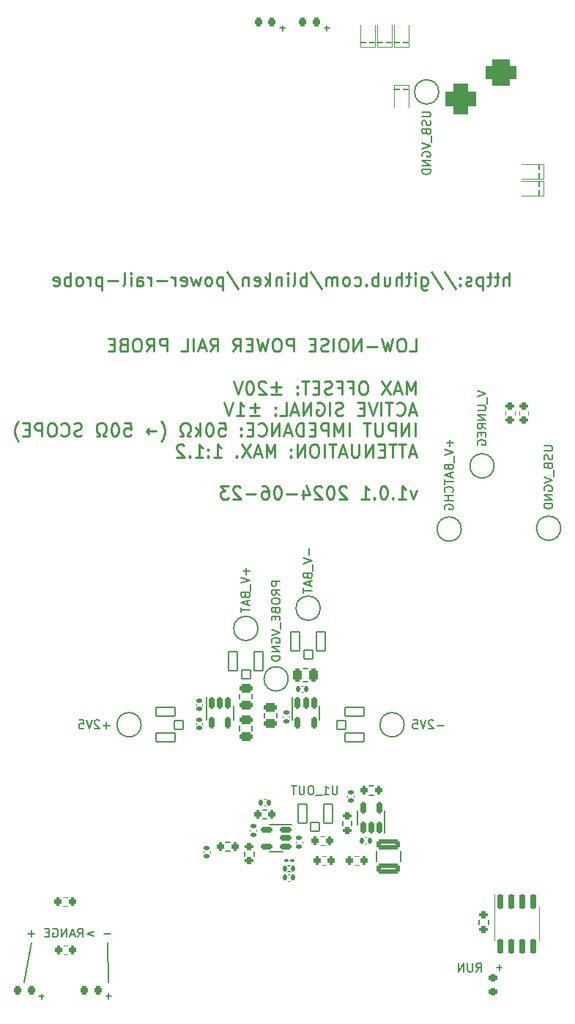
<source format=gbr>
%TF.GenerationSoftware,KiCad,Pcbnew,8.0.3+dfsg-1*%
%TF.CreationDate,2024-06-23T20:26:21+01:00*%
%TF.ProjectId,low-noise-power-probe-panel,6c6f772d-6e6f-4697-9365-2d706f776572,rev?*%
%TF.SameCoordinates,Original*%
%TF.FileFunction,Legend,Bot*%
%TF.FilePolarity,Positive*%
%FSLAX46Y46*%
G04 Gerber Fmt 4.6, Leading zero omitted, Abs format (unit mm)*
G04 Created by KiCad (PCBNEW 8.0.3+dfsg-1) date 2024-06-23 20:26:21*
%MOMM*%
%LPD*%
G01*
G04 APERTURE LIST*
G04 Aperture macros list*
%AMRoundRect*
0 Rectangle with rounded corners*
0 $1 Rounding radius*
0 $2 $3 $4 $5 $6 $7 $8 $9 X,Y pos of 4 corners*
0 Add a 4 corners polygon primitive as box body*
4,1,4,$2,$3,$4,$5,$6,$7,$8,$9,$2,$3,0*
0 Add four circle primitives for the rounded corners*
1,1,$1+$1,$2,$3*
1,1,$1+$1,$4,$5*
1,1,$1+$1,$6,$7*
1,1,$1+$1,$8,$9*
0 Add four rect primitives between the rounded corners*
20,1,$1+$1,$2,$3,$4,$5,0*
20,1,$1+$1,$4,$5,$6,$7,0*
20,1,$1+$1,$6,$7,$8,$9,0*
20,1,$1+$1,$8,$9,$2,$3,0*%
G04 Aperture macros list end*
%ADD10C,0.150000*%
%ADD11C,0.250000*%
%ADD12C,0.120000*%
%ADD13C,0.200000*%
%ADD14C,1.500000*%
%ADD15O,1.100000X2.100000*%
%ADD16O,1.100000X2.600000*%
%ADD17C,2.000000*%
%ADD18C,3.500000*%
%ADD19C,4.000000*%
%ADD20C,3.700000*%
%ADD21O,4.000000X6.000000*%
%ADD22C,1.800000*%
%ADD23C,3.000000*%
%ADD24O,3.000000X2.000000*%
%ADD25R,3.500000X3.500000*%
%ADD26RoundRect,0.750000X-1.000000X0.750000X-1.000000X-0.750000X1.000000X-0.750000X1.000000X0.750000X0*%
%ADD27RoundRect,0.875000X-0.875000X0.875000X-0.875000X-0.875000X0.875000X-0.875000X0.875000X0.875000X0*%
%ADD28R,1.700000X1.700000*%
%ADD29O,1.700000X1.700000*%
%ADD30C,1.000000*%
%ADD31RoundRect,0.101600X-0.525000X1.100000X-0.525000X-1.100000X0.525000X-1.100000X0.525000X1.100000X0*%
%ADD32RoundRect,0.101600X-0.500000X0.525000X-0.500000X-0.525000X0.500000X-0.525000X0.500000X0.525000X0*%
%ADD33RoundRect,0.140000X0.170000X-0.140000X0.170000X0.140000X-0.170000X0.140000X-0.170000X-0.140000X0*%
%ADD34RoundRect,0.250000X0.475000X-0.250000X0.475000X0.250000X-0.475000X0.250000X-0.475000X-0.250000X0*%
%ADD35RoundRect,0.218750X-0.218750X-0.256250X0.218750X-0.256250X0.218750X0.256250X-0.218750X0.256250X0*%
%ADD36R,0.600000X0.450000*%
%ADD37RoundRect,0.101600X-1.100000X-0.525000X1.100000X-0.525000X1.100000X0.525000X-1.100000X0.525000X0*%
%ADD38RoundRect,0.101600X-0.525000X-0.500000X0.525000X-0.500000X0.525000X0.500000X-0.525000X0.500000X0*%
%ADD39RoundRect,0.200000X0.200000X0.275000X-0.200000X0.275000X-0.200000X-0.275000X0.200000X-0.275000X0*%
%ADD40RoundRect,0.200000X-0.200000X-0.275000X0.200000X-0.275000X0.200000X0.275000X-0.200000X0.275000X0*%
%ADD41RoundRect,0.150000X0.512500X0.150000X-0.512500X0.150000X-0.512500X-0.150000X0.512500X-0.150000X0*%
%ADD42RoundRect,0.140000X-0.140000X-0.170000X0.140000X-0.170000X0.140000X0.170000X-0.140000X0.170000X0*%
%ADD43RoundRect,0.150000X0.150000X-0.512500X0.150000X0.512500X-0.150000X0.512500X-0.150000X-0.512500X0*%
%ADD44RoundRect,0.150000X-0.150000X0.512500X-0.150000X-0.512500X0.150000X-0.512500X0.150000X0.512500X0*%
%ADD45RoundRect,0.250000X-0.250000X-0.475000X0.250000X-0.475000X0.250000X0.475000X-0.250000X0.475000X0*%
%ADD46RoundRect,0.200000X-0.275000X0.200000X-0.275000X-0.200000X0.275000X-0.200000X0.275000X0.200000X0*%
%ADD47R,6.700000X0.900000*%
%ADD48RoundRect,0.140000X0.140000X0.170000X-0.140000X0.170000X-0.140000X-0.170000X0.140000X-0.170000X0*%
%ADD49R,0.450000X0.600000*%
%ADD50RoundRect,0.218750X0.256250X-0.218750X0.256250X0.218750X-0.256250X0.218750X-0.256250X-0.218750X0*%
%ADD51R,0.900000X6.700000*%
%ADD52RoundRect,0.140000X-0.170000X0.140000X-0.170000X-0.140000X0.170000X-0.140000X0.170000X0.140000X0*%
%ADD53RoundRect,0.250000X-1.075000X0.375000X-1.075000X-0.375000X1.075000X-0.375000X1.075000X0.375000X0*%
%ADD54RoundRect,0.200000X0.275000X-0.200000X0.275000X0.200000X-0.275000X0.200000X-0.275000X-0.200000X0*%
%ADD55RoundRect,0.101600X1.100000X0.525000X-1.100000X0.525000X-1.100000X-0.525000X1.100000X-0.525000X0*%
%ADD56RoundRect,0.101600X0.525000X0.500000X-0.525000X0.500000X-0.525000X-0.500000X0.525000X-0.500000X0*%
%ADD57RoundRect,0.100000X-0.130000X-0.100000X0.130000X-0.100000X0.130000X0.100000X-0.130000X0.100000X0*%
%ADD58RoundRect,0.150000X-0.150000X0.725000X-0.150000X-0.725000X0.150000X-0.725000X0.150000X0.725000X0*%
%ADD59RoundRect,0.250000X-0.475000X0.250000X-0.475000X-0.250000X0.475000X-0.250000X0.475000X0.250000X0*%
G04 APERTURE END LIST*
D10*
X189100000Y-133275000D02*
X189200000Y-137875000D01*
X180300000Y-133275000D02*
X179500000Y-137875000D01*
D11*
X235521430Y-57380928D02*
X235521430Y-55880928D01*
X234878573Y-57380928D02*
X234878573Y-56595214D01*
X234878573Y-56595214D02*
X234950001Y-56452357D01*
X234950001Y-56452357D02*
X235092858Y-56380928D01*
X235092858Y-56380928D02*
X235307144Y-56380928D01*
X235307144Y-56380928D02*
X235450001Y-56452357D01*
X235450001Y-56452357D02*
X235521430Y-56523785D01*
X234378572Y-56380928D02*
X233807144Y-56380928D01*
X234164287Y-55880928D02*
X234164287Y-57166642D01*
X234164287Y-57166642D02*
X234092858Y-57309500D01*
X234092858Y-57309500D02*
X233950001Y-57380928D01*
X233950001Y-57380928D02*
X233807144Y-57380928D01*
X233521429Y-56380928D02*
X232950001Y-56380928D01*
X233307144Y-55880928D02*
X233307144Y-57166642D01*
X233307144Y-57166642D02*
X233235715Y-57309500D01*
X233235715Y-57309500D02*
X233092858Y-57380928D01*
X233092858Y-57380928D02*
X232950001Y-57380928D01*
X232450001Y-56380928D02*
X232450001Y-57880928D01*
X232450001Y-56452357D02*
X232307144Y-56380928D01*
X232307144Y-56380928D02*
X232021429Y-56380928D01*
X232021429Y-56380928D02*
X231878572Y-56452357D01*
X231878572Y-56452357D02*
X231807144Y-56523785D01*
X231807144Y-56523785D02*
X231735715Y-56666642D01*
X231735715Y-56666642D02*
X231735715Y-57095214D01*
X231735715Y-57095214D02*
X231807144Y-57238071D01*
X231807144Y-57238071D02*
X231878572Y-57309500D01*
X231878572Y-57309500D02*
X232021429Y-57380928D01*
X232021429Y-57380928D02*
X232307144Y-57380928D01*
X232307144Y-57380928D02*
X232450001Y-57309500D01*
X231164286Y-57309500D02*
X231021429Y-57380928D01*
X231021429Y-57380928D02*
X230735715Y-57380928D01*
X230735715Y-57380928D02*
X230592858Y-57309500D01*
X230592858Y-57309500D02*
X230521429Y-57166642D01*
X230521429Y-57166642D02*
X230521429Y-57095214D01*
X230521429Y-57095214D02*
X230592858Y-56952357D01*
X230592858Y-56952357D02*
X230735715Y-56880928D01*
X230735715Y-56880928D02*
X230950001Y-56880928D01*
X230950001Y-56880928D02*
X231092858Y-56809500D01*
X231092858Y-56809500D02*
X231164286Y-56666642D01*
X231164286Y-56666642D02*
X231164286Y-56595214D01*
X231164286Y-56595214D02*
X231092858Y-56452357D01*
X231092858Y-56452357D02*
X230950001Y-56380928D01*
X230950001Y-56380928D02*
X230735715Y-56380928D01*
X230735715Y-56380928D02*
X230592858Y-56452357D01*
X229878572Y-57238071D02*
X229807143Y-57309500D01*
X229807143Y-57309500D02*
X229878572Y-57380928D01*
X229878572Y-57380928D02*
X229950000Y-57309500D01*
X229950000Y-57309500D02*
X229878572Y-57238071D01*
X229878572Y-57238071D02*
X229878572Y-57380928D01*
X229878572Y-56452357D02*
X229807143Y-56523785D01*
X229807143Y-56523785D02*
X229878572Y-56595214D01*
X229878572Y-56595214D02*
X229950000Y-56523785D01*
X229950000Y-56523785D02*
X229878572Y-56452357D01*
X229878572Y-56452357D02*
X229878572Y-56595214D01*
X228092857Y-55809500D02*
X229378571Y-57738071D01*
X226521428Y-55809500D02*
X227807142Y-57738071D01*
X225378571Y-56380928D02*
X225378571Y-57595214D01*
X225378571Y-57595214D02*
X225449999Y-57738071D01*
X225449999Y-57738071D02*
X225521428Y-57809500D01*
X225521428Y-57809500D02*
X225664285Y-57880928D01*
X225664285Y-57880928D02*
X225878571Y-57880928D01*
X225878571Y-57880928D02*
X226021428Y-57809500D01*
X225378571Y-57309500D02*
X225521428Y-57380928D01*
X225521428Y-57380928D02*
X225807142Y-57380928D01*
X225807142Y-57380928D02*
X225949999Y-57309500D01*
X225949999Y-57309500D02*
X226021428Y-57238071D01*
X226021428Y-57238071D02*
X226092856Y-57095214D01*
X226092856Y-57095214D02*
X226092856Y-56666642D01*
X226092856Y-56666642D02*
X226021428Y-56523785D01*
X226021428Y-56523785D02*
X225949999Y-56452357D01*
X225949999Y-56452357D02*
X225807142Y-56380928D01*
X225807142Y-56380928D02*
X225521428Y-56380928D01*
X225521428Y-56380928D02*
X225378571Y-56452357D01*
X224664285Y-57380928D02*
X224664285Y-56380928D01*
X224664285Y-55880928D02*
X224735713Y-55952357D01*
X224735713Y-55952357D02*
X224664285Y-56023785D01*
X224664285Y-56023785D02*
X224592856Y-55952357D01*
X224592856Y-55952357D02*
X224664285Y-55880928D01*
X224664285Y-55880928D02*
X224664285Y-56023785D01*
X224164284Y-56380928D02*
X223592856Y-56380928D01*
X223949999Y-55880928D02*
X223949999Y-57166642D01*
X223949999Y-57166642D02*
X223878570Y-57309500D01*
X223878570Y-57309500D02*
X223735713Y-57380928D01*
X223735713Y-57380928D02*
X223592856Y-57380928D01*
X223092856Y-57380928D02*
X223092856Y-55880928D01*
X222449999Y-57380928D02*
X222449999Y-56595214D01*
X222449999Y-56595214D02*
X222521427Y-56452357D01*
X222521427Y-56452357D02*
X222664284Y-56380928D01*
X222664284Y-56380928D02*
X222878570Y-56380928D01*
X222878570Y-56380928D02*
X223021427Y-56452357D01*
X223021427Y-56452357D02*
X223092856Y-56523785D01*
X221092856Y-56380928D02*
X221092856Y-57380928D01*
X221735713Y-56380928D02*
X221735713Y-57166642D01*
X221735713Y-57166642D02*
X221664284Y-57309500D01*
X221664284Y-57309500D02*
X221521427Y-57380928D01*
X221521427Y-57380928D02*
X221307141Y-57380928D01*
X221307141Y-57380928D02*
X221164284Y-57309500D01*
X221164284Y-57309500D02*
X221092856Y-57238071D01*
X220378570Y-57380928D02*
X220378570Y-55880928D01*
X220378570Y-56452357D02*
X220235713Y-56380928D01*
X220235713Y-56380928D02*
X219949998Y-56380928D01*
X219949998Y-56380928D02*
X219807141Y-56452357D01*
X219807141Y-56452357D02*
X219735713Y-56523785D01*
X219735713Y-56523785D02*
X219664284Y-56666642D01*
X219664284Y-56666642D02*
X219664284Y-57095214D01*
X219664284Y-57095214D02*
X219735713Y-57238071D01*
X219735713Y-57238071D02*
X219807141Y-57309500D01*
X219807141Y-57309500D02*
X219949998Y-57380928D01*
X219949998Y-57380928D02*
X220235713Y-57380928D01*
X220235713Y-57380928D02*
X220378570Y-57309500D01*
X219021427Y-57238071D02*
X218949998Y-57309500D01*
X218949998Y-57309500D02*
X219021427Y-57380928D01*
X219021427Y-57380928D02*
X219092855Y-57309500D01*
X219092855Y-57309500D02*
X219021427Y-57238071D01*
X219021427Y-57238071D02*
X219021427Y-57380928D01*
X217664284Y-57309500D02*
X217807141Y-57380928D01*
X217807141Y-57380928D02*
X218092855Y-57380928D01*
X218092855Y-57380928D02*
X218235712Y-57309500D01*
X218235712Y-57309500D02*
X218307141Y-57238071D01*
X218307141Y-57238071D02*
X218378569Y-57095214D01*
X218378569Y-57095214D02*
X218378569Y-56666642D01*
X218378569Y-56666642D02*
X218307141Y-56523785D01*
X218307141Y-56523785D02*
X218235712Y-56452357D01*
X218235712Y-56452357D02*
X218092855Y-56380928D01*
X218092855Y-56380928D02*
X217807141Y-56380928D01*
X217807141Y-56380928D02*
X217664284Y-56452357D01*
X216807141Y-57380928D02*
X216949998Y-57309500D01*
X216949998Y-57309500D02*
X217021427Y-57238071D01*
X217021427Y-57238071D02*
X217092855Y-57095214D01*
X217092855Y-57095214D02*
X217092855Y-56666642D01*
X217092855Y-56666642D02*
X217021427Y-56523785D01*
X217021427Y-56523785D02*
X216949998Y-56452357D01*
X216949998Y-56452357D02*
X216807141Y-56380928D01*
X216807141Y-56380928D02*
X216592855Y-56380928D01*
X216592855Y-56380928D02*
X216449998Y-56452357D01*
X216449998Y-56452357D02*
X216378570Y-56523785D01*
X216378570Y-56523785D02*
X216307141Y-56666642D01*
X216307141Y-56666642D02*
X216307141Y-57095214D01*
X216307141Y-57095214D02*
X216378570Y-57238071D01*
X216378570Y-57238071D02*
X216449998Y-57309500D01*
X216449998Y-57309500D02*
X216592855Y-57380928D01*
X216592855Y-57380928D02*
X216807141Y-57380928D01*
X215664284Y-57380928D02*
X215664284Y-56380928D01*
X215664284Y-56523785D02*
X215592855Y-56452357D01*
X215592855Y-56452357D02*
X215449998Y-56380928D01*
X215449998Y-56380928D02*
X215235712Y-56380928D01*
X215235712Y-56380928D02*
X215092855Y-56452357D01*
X215092855Y-56452357D02*
X215021427Y-56595214D01*
X215021427Y-56595214D02*
X215021427Y-57380928D01*
X215021427Y-56595214D02*
X214949998Y-56452357D01*
X214949998Y-56452357D02*
X214807141Y-56380928D01*
X214807141Y-56380928D02*
X214592855Y-56380928D01*
X214592855Y-56380928D02*
X214449998Y-56452357D01*
X214449998Y-56452357D02*
X214378569Y-56595214D01*
X214378569Y-56595214D02*
X214378569Y-57380928D01*
X212592855Y-55809500D02*
X213878569Y-57738071D01*
X212092855Y-57380928D02*
X212092855Y-55880928D01*
X212092855Y-56452357D02*
X211949998Y-56380928D01*
X211949998Y-56380928D02*
X211664283Y-56380928D01*
X211664283Y-56380928D02*
X211521426Y-56452357D01*
X211521426Y-56452357D02*
X211449998Y-56523785D01*
X211449998Y-56523785D02*
X211378569Y-56666642D01*
X211378569Y-56666642D02*
X211378569Y-57095214D01*
X211378569Y-57095214D02*
X211449998Y-57238071D01*
X211449998Y-57238071D02*
X211521426Y-57309500D01*
X211521426Y-57309500D02*
X211664283Y-57380928D01*
X211664283Y-57380928D02*
X211949998Y-57380928D01*
X211949998Y-57380928D02*
X212092855Y-57309500D01*
X210521426Y-57380928D02*
X210664283Y-57309500D01*
X210664283Y-57309500D02*
X210735712Y-57166642D01*
X210735712Y-57166642D02*
X210735712Y-55880928D01*
X209949998Y-57380928D02*
X209949998Y-56380928D01*
X209949998Y-55880928D02*
X210021426Y-55952357D01*
X210021426Y-55952357D02*
X209949998Y-56023785D01*
X209949998Y-56023785D02*
X209878569Y-55952357D01*
X209878569Y-55952357D02*
X209949998Y-55880928D01*
X209949998Y-55880928D02*
X209949998Y-56023785D01*
X209235712Y-56380928D02*
X209235712Y-57380928D01*
X209235712Y-56523785D02*
X209164283Y-56452357D01*
X209164283Y-56452357D02*
X209021426Y-56380928D01*
X209021426Y-56380928D02*
X208807140Y-56380928D01*
X208807140Y-56380928D02*
X208664283Y-56452357D01*
X208664283Y-56452357D02*
X208592855Y-56595214D01*
X208592855Y-56595214D02*
X208592855Y-57380928D01*
X207878569Y-57380928D02*
X207878569Y-55880928D01*
X207735712Y-56809500D02*
X207307140Y-57380928D01*
X207307140Y-56380928D02*
X207878569Y-56952357D01*
X206092854Y-57309500D02*
X206235711Y-57380928D01*
X206235711Y-57380928D02*
X206521426Y-57380928D01*
X206521426Y-57380928D02*
X206664283Y-57309500D01*
X206664283Y-57309500D02*
X206735711Y-57166642D01*
X206735711Y-57166642D02*
X206735711Y-56595214D01*
X206735711Y-56595214D02*
X206664283Y-56452357D01*
X206664283Y-56452357D02*
X206521426Y-56380928D01*
X206521426Y-56380928D02*
X206235711Y-56380928D01*
X206235711Y-56380928D02*
X206092854Y-56452357D01*
X206092854Y-56452357D02*
X206021426Y-56595214D01*
X206021426Y-56595214D02*
X206021426Y-56738071D01*
X206021426Y-56738071D02*
X206735711Y-56880928D01*
X205378569Y-56380928D02*
X205378569Y-57380928D01*
X205378569Y-56523785D02*
X205307140Y-56452357D01*
X205307140Y-56452357D02*
X205164283Y-56380928D01*
X205164283Y-56380928D02*
X204949997Y-56380928D01*
X204949997Y-56380928D02*
X204807140Y-56452357D01*
X204807140Y-56452357D02*
X204735712Y-56595214D01*
X204735712Y-56595214D02*
X204735712Y-57380928D01*
X202949997Y-55809500D02*
X204235711Y-57738071D01*
X202449997Y-56380928D02*
X202449997Y-57880928D01*
X202449997Y-56452357D02*
X202307140Y-56380928D01*
X202307140Y-56380928D02*
X202021425Y-56380928D01*
X202021425Y-56380928D02*
X201878568Y-56452357D01*
X201878568Y-56452357D02*
X201807140Y-56523785D01*
X201807140Y-56523785D02*
X201735711Y-56666642D01*
X201735711Y-56666642D02*
X201735711Y-57095214D01*
X201735711Y-57095214D02*
X201807140Y-57238071D01*
X201807140Y-57238071D02*
X201878568Y-57309500D01*
X201878568Y-57309500D02*
X202021425Y-57380928D01*
X202021425Y-57380928D02*
X202307140Y-57380928D01*
X202307140Y-57380928D02*
X202449997Y-57309500D01*
X200878568Y-57380928D02*
X201021425Y-57309500D01*
X201021425Y-57309500D02*
X201092854Y-57238071D01*
X201092854Y-57238071D02*
X201164282Y-57095214D01*
X201164282Y-57095214D02*
X201164282Y-56666642D01*
X201164282Y-56666642D02*
X201092854Y-56523785D01*
X201092854Y-56523785D02*
X201021425Y-56452357D01*
X201021425Y-56452357D02*
X200878568Y-56380928D01*
X200878568Y-56380928D02*
X200664282Y-56380928D01*
X200664282Y-56380928D02*
X200521425Y-56452357D01*
X200521425Y-56452357D02*
X200449997Y-56523785D01*
X200449997Y-56523785D02*
X200378568Y-56666642D01*
X200378568Y-56666642D02*
X200378568Y-57095214D01*
X200378568Y-57095214D02*
X200449997Y-57238071D01*
X200449997Y-57238071D02*
X200521425Y-57309500D01*
X200521425Y-57309500D02*
X200664282Y-57380928D01*
X200664282Y-57380928D02*
X200878568Y-57380928D01*
X199878568Y-56380928D02*
X199592854Y-57380928D01*
X199592854Y-57380928D02*
X199307139Y-56666642D01*
X199307139Y-56666642D02*
X199021425Y-57380928D01*
X199021425Y-57380928D02*
X198735711Y-56380928D01*
X197592853Y-57309500D02*
X197735710Y-57380928D01*
X197735710Y-57380928D02*
X198021425Y-57380928D01*
X198021425Y-57380928D02*
X198164282Y-57309500D01*
X198164282Y-57309500D02*
X198235710Y-57166642D01*
X198235710Y-57166642D02*
X198235710Y-56595214D01*
X198235710Y-56595214D02*
X198164282Y-56452357D01*
X198164282Y-56452357D02*
X198021425Y-56380928D01*
X198021425Y-56380928D02*
X197735710Y-56380928D01*
X197735710Y-56380928D02*
X197592853Y-56452357D01*
X197592853Y-56452357D02*
X197521425Y-56595214D01*
X197521425Y-56595214D02*
X197521425Y-56738071D01*
X197521425Y-56738071D02*
X198235710Y-56880928D01*
X196878568Y-57380928D02*
X196878568Y-56380928D01*
X196878568Y-56666642D02*
X196807139Y-56523785D01*
X196807139Y-56523785D02*
X196735711Y-56452357D01*
X196735711Y-56452357D02*
X196592853Y-56380928D01*
X196592853Y-56380928D02*
X196449996Y-56380928D01*
X195949997Y-56809500D02*
X194807140Y-56809500D01*
X194092854Y-57380928D02*
X194092854Y-56380928D01*
X194092854Y-56666642D02*
X194021425Y-56523785D01*
X194021425Y-56523785D02*
X193949997Y-56452357D01*
X193949997Y-56452357D02*
X193807139Y-56380928D01*
X193807139Y-56380928D02*
X193664282Y-56380928D01*
X192521426Y-57380928D02*
X192521426Y-56595214D01*
X192521426Y-56595214D02*
X192592854Y-56452357D01*
X192592854Y-56452357D02*
X192735711Y-56380928D01*
X192735711Y-56380928D02*
X193021426Y-56380928D01*
X193021426Y-56380928D02*
X193164283Y-56452357D01*
X192521426Y-57309500D02*
X192664283Y-57380928D01*
X192664283Y-57380928D02*
X193021426Y-57380928D01*
X193021426Y-57380928D02*
X193164283Y-57309500D01*
X193164283Y-57309500D02*
X193235711Y-57166642D01*
X193235711Y-57166642D02*
X193235711Y-57023785D01*
X193235711Y-57023785D02*
X193164283Y-56880928D01*
X193164283Y-56880928D02*
X193021426Y-56809500D01*
X193021426Y-56809500D02*
X192664283Y-56809500D01*
X192664283Y-56809500D02*
X192521426Y-56738071D01*
X191807140Y-57380928D02*
X191807140Y-56380928D01*
X191807140Y-55880928D02*
X191878568Y-55952357D01*
X191878568Y-55952357D02*
X191807140Y-56023785D01*
X191807140Y-56023785D02*
X191735711Y-55952357D01*
X191735711Y-55952357D02*
X191807140Y-55880928D01*
X191807140Y-55880928D02*
X191807140Y-56023785D01*
X190878568Y-57380928D02*
X191021425Y-57309500D01*
X191021425Y-57309500D02*
X191092854Y-57166642D01*
X191092854Y-57166642D02*
X191092854Y-55880928D01*
X190307140Y-56809500D02*
X189164283Y-56809500D01*
X188449997Y-56380928D02*
X188449997Y-57880928D01*
X188449997Y-56452357D02*
X188307140Y-56380928D01*
X188307140Y-56380928D02*
X188021425Y-56380928D01*
X188021425Y-56380928D02*
X187878568Y-56452357D01*
X187878568Y-56452357D02*
X187807140Y-56523785D01*
X187807140Y-56523785D02*
X187735711Y-56666642D01*
X187735711Y-56666642D02*
X187735711Y-57095214D01*
X187735711Y-57095214D02*
X187807140Y-57238071D01*
X187807140Y-57238071D02*
X187878568Y-57309500D01*
X187878568Y-57309500D02*
X188021425Y-57380928D01*
X188021425Y-57380928D02*
X188307140Y-57380928D01*
X188307140Y-57380928D02*
X188449997Y-57309500D01*
X187092854Y-57380928D02*
X187092854Y-56380928D01*
X187092854Y-56666642D02*
X187021425Y-56523785D01*
X187021425Y-56523785D02*
X186949997Y-56452357D01*
X186949997Y-56452357D02*
X186807139Y-56380928D01*
X186807139Y-56380928D02*
X186664282Y-56380928D01*
X185949997Y-57380928D02*
X186092854Y-57309500D01*
X186092854Y-57309500D02*
X186164283Y-57238071D01*
X186164283Y-57238071D02*
X186235711Y-57095214D01*
X186235711Y-57095214D02*
X186235711Y-56666642D01*
X186235711Y-56666642D02*
X186164283Y-56523785D01*
X186164283Y-56523785D02*
X186092854Y-56452357D01*
X186092854Y-56452357D02*
X185949997Y-56380928D01*
X185949997Y-56380928D02*
X185735711Y-56380928D01*
X185735711Y-56380928D02*
X185592854Y-56452357D01*
X185592854Y-56452357D02*
X185521426Y-56523785D01*
X185521426Y-56523785D02*
X185449997Y-56666642D01*
X185449997Y-56666642D02*
X185449997Y-57095214D01*
X185449997Y-57095214D02*
X185521426Y-57238071D01*
X185521426Y-57238071D02*
X185592854Y-57309500D01*
X185592854Y-57309500D02*
X185735711Y-57380928D01*
X185735711Y-57380928D02*
X185949997Y-57380928D01*
X184807140Y-57380928D02*
X184807140Y-55880928D01*
X184807140Y-56452357D02*
X184664283Y-56380928D01*
X184664283Y-56380928D02*
X184378568Y-56380928D01*
X184378568Y-56380928D02*
X184235711Y-56452357D01*
X184235711Y-56452357D02*
X184164283Y-56523785D01*
X184164283Y-56523785D02*
X184092854Y-56666642D01*
X184092854Y-56666642D02*
X184092854Y-57095214D01*
X184092854Y-57095214D02*
X184164283Y-57238071D01*
X184164283Y-57238071D02*
X184235711Y-57309500D01*
X184235711Y-57309500D02*
X184378568Y-57380928D01*
X184378568Y-57380928D02*
X184664283Y-57380928D01*
X184664283Y-57380928D02*
X184807140Y-57309500D01*
X182878568Y-57309500D02*
X183021425Y-57380928D01*
X183021425Y-57380928D02*
X183307140Y-57380928D01*
X183307140Y-57380928D02*
X183449997Y-57309500D01*
X183449997Y-57309500D02*
X183521425Y-57166642D01*
X183521425Y-57166642D02*
X183521425Y-56595214D01*
X183521425Y-56595214D02*
X183449997Y-56452357D01*
X183449997Y-56452357D02*
X183307140Y-56380928D01*
X183307140Y-56380928D02*
X183021425Y-56380928D01*
X183021425Y-56380928D02*
X182878568Y-56452357D01*
X182878568Y-56452357D02*
X182807140Y-56595214D01*
X182807140Y-56595214D02*
X182807140Y-56738071D01*
X182807140Y-56738071D02*
X183521425Y-56880928D01*
D10*
X231738095Y-136629819D02*
X232071428Y-136153628D01*
X232309523Y-136629819D02*
X232309523Y-135629819D01*
X232309523Y-135629819D02*
X231928571Y-135629819D01*
X231928571Y-135629819D02*
X231833333Y-135677438D01*
X231833333Y-135677438D02*
X231785714Y-135725057D01*
X231785714Y-135725057D02*
X231738095Y-135820295D01*
X231738095Y-135820295D02*
X231738095Y-135963152D01*
X231738095Y-135963152D02*
X231785714Y-136058390D01*
X231785714Y-136058390D02*
X231833333Y-136106009D01*
X231833333Y-136106009D02*
X231928571Y-136153628D01*
X231928571Y-136153628D02*
X232309523Y-136153628D01*
X231309523Y-135629819D02*
X231309523Y-136439342D01*
X231309523Y-136439342D02*
X231261904Y-136534580D01*
X231261904Y-136534580D02*
X231214285Y-136582200D01*
X231214285Y-136582200D02*
X231119047Y-136629819D01*
X231119047Y-136629819D02*
X230928571Y-136629819D01*
X230928571Y-136629819D02*
X230833333Y-136582200D01*
X230833333Y-136582200D02*
X230785714Y-136534580D01*
X230785714Y-136534580D02*
X230738095Y-136439342D01*
X230738095Y-136439342D02*
X230738095Y-135629819D01*
X230261904Y-136629819D02*
X230261904Y-135629819D01*
X230261904Y-135629819D02*
X229690476Y-136629819D01*
X229690476Y-136629819D02*
X229690476Y-135629819D01*
X189485713Y-132248866D02*
X188723809Y-132248866D01*
X187485713Y-131963152D02*
X186723809Y-132248866D01*
X186723809Y-132248866D02*
X187485713Y-132534580D01*
X185676190Y-132629819D02*
X186009523Y-132153628D01*
X186247618Y-132629819D02*
X186247618Y-131629819D01*
X186247618Y-131629819D02*
X185866666Y-131629819D01*
X185866666Y-131629819D02*
X185771428Y-131677438D01*
X185771428Y-131677438D02*
X185723809Y-131725057D01*
X185723809Y-131725057D02*
X185676190Y-131820295D01*
X185676190Y-131820295D02*
X185676190Y-131963152D01*
X185676190Y-131963152D02*
X185723809Y-132058390D01*
X185723809Y-132058390D02*
X185771428Y-132106009D01*
X185771428Y-132106009D02*
X185866666Y-132153628D01*
X185866666Y-132153628D02*
X186247618Y-132153628D01*
X185295237Y-132344104D02*
X184819047Y-132344104D01*
X185390475Y-132629819D02*
X185057142Y-131629819D01*
X185057142Y-131629819D02*
X184723809Y-132629819D01*
X184390475Y-132629819D02*
X184390475Y-131629819D01*
X184390475Y-131629819D02*
X183819047Y-132629819D01*
X183819047Y-132629819D02*
X183819047Y-131629819D01*
X182819047Y-131677438D02*
X182914285Y-131629819D01*
X182914285Y-131629819D02*
X183057142Y-131629819D01*
X183057142Y-131629819D02*
X183199999Y-131677438D01*
X183199999Y-131677438D02*
X183295237Y-131772676D01*
X183295237Y-131772676D02*
X183342856Y-131867914D01*
X183342856Y-131867914D02*
X183390475Y-132058390D01*
X183390475Y-132058390D02*
X183390475Y-132201247D01*
X183390475Y-132201247D02*
X183342856Y-132391723D01*
X183342856Y-132391723D02*
X183295237Y-132486961D01*
X183295237Y-132486961D02*
X183199999Y-132582200D01*
X183199999Y-132582200D02*
X183057142Y-132629819D01*
X183057142Y-132629819D02*
X182961904Y-132629819D01*
X182961904Y-132629819D02*
X182819047Y-132582200D01*
X182819047Y-132582200D02*
X182771428Y-132534580D01*
X182771428Y-132534580D02*
X182771428Y-132201247D01*
X182771428Y-132201247D02*
X182961904Y-132201247D01*
X182342856Y-132106009D02*
X182009523Y-132106009D01*
X181866666Y-132629819D02*
X182342856Y-132629819D01*
X182342856Y-132629819D02*
X182342856Y-131629819D01*
X182342856Y-131629819D02*
X181866666Y-131629819D01*
X180676189Y-132248866D02*
X179914285Y-132248866D01*
X180295237Y-132629819D02*
X180295237Y-131867914D01*
D11*
X224678384Y-69943638D02*
X224678384Y-68443638D01*
X224678384Y-68443638D02*
X224178384Y-69515067D01*
X224178384Y-69515067D02*
X223678384Y-68443638D01*
X223678384Y-68443638D02*
X223678384Y-69943638D01*
X223035526Y-69515067D02*
X222321241Y-69515067D01*
X223178383Y-69943638D02*
X222678383Y-68443638D01*
X222678383Y-68443638D02*
X222178383Y-69943638D01*
X221821241Y-68443638D02*
X220821241Y-69943638D01*
X220821241Y-68443638D02*
X221821241Y-69943638D01*
X218821241Y-68443638D02*
X218535527Y-68443638D01*
X218535527Y-68443638D02*
X218392670Y-68515067D01*
X218392670Y-68515067D02*
X218249813Y-68657924D01*
X218249813Y-68657924D02*
X218178384Y-68943638D01*
X218178384Y-68943638D02*
X218178384Y-69443638D01*
X218178384Y-69443638D02*
X218249813Y-69729352D01*
X218249813Y-69729352D02*
X218392670Y-69872210D01*
X218392670Y-69872210D02*
X218535527Y-69943638D01*
X218535527Y-69943638D02*
X218821241Y-69943638D01*
X218821241Y-69943638D02*
X218964099Y-69872210D01*
X218964099Y-69872210D02*
X219106956Y-69729352D01*
X219106956Y-69729352D02*
X219178384Y-69443638D01*
X219178384Y-69443638D02*
X219178384Y-68943638D01*
X219178384Y-68943638D02*
X219106956Y-68657924D01*
X219106956Y-68657924D02*
X218964099Y-68515067D01*
X218964099Y-68515067D02*
X218821241Y-68443638D01*
X217035527Y-69157924D02*
X217535527Y-69157924D01*
X217535527Y-69943638D02*
X217535527Y-68443638D01*
X217535527Y-68443638D02*
X216821241Y-68443638D01*
X215749813Y-69157924D02*
X216249813Y-69157924D01*
X216249813Y-69943638D02*
X216249813Y-68443638D01*
X216249813Y-68443638D02*
X215535527Y-68443638D01*
X215035527Y-69872210D02*
X214821242Y-69943638D01*
X214821242Y-69943638D02*
X214464099Y-69943638D01*
X214464099Y-69943638D02*
X214321242Y-69872210D01*
X214321242Y-69872210D02*
X214249813Y-69800781D01*
X214249813Y-69800781D02*
X214178384Y-69657924D01*
X214178384Y-69657924D02*
X214178384Y-69515067D01*
X214178384Y-69515067D02*
X214249813Y-69372210D01*
X214249813Y-69372210D02*
X214321242Y-69300781D01*
X214321242Y-69300781D02*
X214464099Y-69229352D01*
X214464099Y-69229352D02*
X214749813Y-69157924D01*
X214749813Y-69157924D02*
X214892670Y-69086495D01*
X214892670Y-69086495D02*
X214964099Y-69015067D01*
X214964099Y-69015067D02*
X215035527Y-68872210D01*
X215035527Y-68872210D02*
X215035527Y-68729352D01*
X215035527Y-68729352D02*
X214964099Y-68586495D01*
X214964099Y-68586495D02*
X214892670Y-68515067D01*
X214892670Y-68515067D02*
X214749813Y-68443638D01*
X214749813Y-68443638D02*
X214392670Y-68443638D01*
X214392670Y-68443638D02*
X214178384Y-68515067D01*
X213535528Y-69157924D02*
X213035528Y-69157924D01*
X212821242Y-69943638D02*
X213535528Y-69943638D01*
X213535528Y-69943638D02*
X213535528Y-68443638D01*
X213535528Y-68443638D02*
X212821242Y-68443638D01*
X212392670Y-68443638D02*
X211535528Y-68443638D01*
X211964099Y-69943638D02*
X211964099Y-68443638D01*
X211035528Y-69800781D02*
X210964099Y-69872210D01*
X210964099Y-69872210D02*
X211035528Y-69943638D01*
X211035528Y-69943638D02*
X211106956Y-69872210D01*
X211106956Y-69872210D02*
X211035528Y-69800781D01*
X211035528Y-69800781D02*
X211035528Y-69943638D01*
X211035528Y-69015067D02*
X210964099Y-69086495D01*
X210964099Y-69086495D02*
X211035528Y-69157924D01*
X211035528Y-69157924D02*
X211106956Y-69086495D01*
X211106956Y-69086495D02*
X211035528Y-69015067D01*
X211035528Y-69015067D02*
X211035528Y-69157924D01*
X209178385Y-69086495D02*
X208035528Y-69086495D01*
X208606956Y-69657924D02*
X208606956Y-68515067D01*
X208035528Y-69943638D02*
X209178385Y-69943638D01*
X207392670Y-68586495D02*
X207321242Y-68515067D01*
X207321242Y-68515067D02*
X207178385Y-68443638D01*
X207178385Y-68443638D02*
X206821242Y-68443638D01*
X206821242Y-68443638D02*
X206678385Y-68515067D01*
X206678385Y-68515067D02*
X206606956Y-68586495D01*
X206606956Y-68586495D02*
X206535527Y-68729352D01*
X206535527Y-68729352D02*
X206535527Y-68872210D01*
X206535527Y-68872210D02*
X206606956Y-69086495D01*
X206606956Y-69086495D02*
X207464099Y-69943638D01*
X207464099Y-69943638D02*
X206535527Y-69943638D01*
X205606956Y-68443638D02*
X205464099Y-68443638D01*
X205464099Y-68443638D02*
X205321242Y-68515067D01*
X205321242Y-68515067D02*
X205249814Y-68586495D01*
X205249814Y-68586495D02*
X205178385Y-68729352D01*
X205178385Y-68729352D02*
X205106956Y-69015067D01*
X205106956Y-69015067D02*
X205106956Y-69372210D01*
X205106956Y-69372210D02*
X205178385Y-69657924D01*
X205178385Y-69657924D02*
X205249814Y-69800781D01*
X205249814Y-69800781D02*
X205321242Y-69872210D01*
X205321242Y-69872210D02*
X205464099Y-69943638D01*
X205464099Y-69943638D02*
X205606956Y-69943638D01*
X205606956Y-69943638D02*
X205749814Y-69872210D01*
X205749814Y-69872210D02*
X205821242Y-69800781D01*
X205821242Y-69800781D02*
X205892671Y-69657924D01*
X205892671Y-69657924D02*
X205964099Y-69372210D01*
X205964099Y-69372210D02*
X205964099Y-69015067D01*
X205964099Y-69015067D02*
X205892671Y-68729352D01*
X205892671Y-68729352D02*
X205821242Y-68586495D01*
X205821242Y-68586495D02*
X205749814Y-68515067D01*
X205749814Y-68515067D02*
X205606956Y-68443638D01*
X204678385Y-68443638D02*
X204178385Y-69943638D01*
X204178385Y-69943638D02*
X203678385Y-68443638D01*
X224749812Y-71929983D02*
X224035527Y-71929983D01*
X224892669Y-72358554D02*
X224392669Y-70858554D01*
X224392669Y-70858554D02*
X223892669Y-72358554D01*
X222535527Y-72215697D02*
X222606955Y-72287126D01*
X222606955Y-72287126D02*
X222821241Y-72358554D01*
X222821241Y-72358554D02*
X222964098Y-72358554D01*
X222964098Y-72358554D02*
X223178384Y-72287126D01*
X223178384Y-72287126D02*
X223321241Y-72144268D01*
X223321241Y-72144268D02*
X223392670Y-72001411D01*
X223392670Y-72001411D02*
X223464098Y-71715697D01*
X223464098Y-71715697D02*
X223464098Y-71501411D01*
X223464098Y-71501411D02*
X223392670Y-71215697D01*
X223392670Y-71215697D02*
X223321241Y-71072840D01*
X223321241Y-71072840D02*
X223178384Y-70929983D01*
X223178384Y-70929983D02*
X222964098Y-70858554D01*
X222964098Y-70858554D02*
X222821241Y-70858554D01*
X222821241Y-70858554D02*
X222606955Y-70929983D01*
X222606955Y-70929983D02*
X222535527Y-71001411D01*
X222106955Y-70858554D02*
X221249813Y-70858554D01*
X221678384Y-72358554D02*
X221678384Y-70858554D01*
X220749813Y-72358554D02*
X220749813Y-70858554D01*
X220249812Y-70858554D02*
X219749812Y-72358554D01*
X219749812Y-72358554D02*
X219249812Y-70858554D01*
X218749813Y-71572840D02*
X218249813Y-71572840D01*
X218035527Y-72358554D02*
X218749813Y-72358554D01*
X218749813Y-72358554D02*
X218749813Y-70858554D01*
X218749813Y-70858554D02*
X218035527Y-70858554D01*
X216321241Y-72287126D02*
X216106956Y-72358554D01*
X216106956Y-72358554D02*
X215749813Y-72358554D01*
X215749813Y-72358554D02*
X215606956Y-72287126D01*
X215606956Y-72287126D02*
X215535527Y-72215697D01*
X215535527Y-72215697D02*
X215464098Y-72072840D01*
X215464098Y-72072840D02*
X215464098Y-71929983D01*
X215464098Y-71929983D02*
X215535527Y-71787126D01*
X215535527Y-71787126D02*
X215606956Y-71715697D01*
X215606956Y-71715697D02*
X215749813Y-71644268D01*
X215749813Y-71644268D02*
X216035527Y-71572840D01*
X216035527Y-71572840D02*
X216178384Y-71501411D01*
X216178384Y-71501411D02*
X216249813Y-71429983D01*
X216249813Y-71429983D02*
X216321241Y-71287126D01*
X216321241Y-71287126D02*
X216321241Y-71144268D01*
X216321241Y-71144268D02*
X216249813Y-71001411D01*
X216249813Y-71001411D02*
X216178384Y-70929983D01*
X216178384Y-70929983D02*
X216035527Y-70858554D01*
X216035527Y-70858554D02*
X215678384Y-70858554D01*
X215678384Y-70858554D02*
X215464098Y-70929983D01*
X214821242Y-72358554D02*
X214821242Y-70858554D01*
X213321241Y-70929983D02*
X213464099Y-70858554D01*
X213464099Y-70858554D02*
X213678384Y-70858554D01*
X213678384Y-70858554D02*
X213892670Y-70929983D01*
X213892670Y-70929983D02*
X214035527Y-71072840D01*
X214035527Y-71072840D02*
X214106956Y-71215697D01*
X214106956Y-71215697D02*
X214178384Y-71501411D01*
X214178384Y-71501411D02*
X214178384Y-71715697D01*
X214178384Y-71715697D02*
X214106956Y-72001411D01*
X214106956Y-72001411D02*
X214035527Y-72144268D01*
X214035527Y-72144268D02*
X213892670Y-72287126D01*
X213892670Y-72287126D02*
X213678384Y-72358554D01*
X213678384Y-72358554D02*
X213535527Y-72358554D01*
X213535527Y-72358554D02*
X213321241Y-72287126D01*
X213321241Y-72287126D02*
X213249813Y-72215697D01*
X213249813Y-72215697D02*
X213249813Y-71715697D01*
X213249813Y-71715697D02*
X213535527Y-71715697D01*
X212606956Y-72358554D02*
X212606956Y-70858554D01*
X212606956Y-70858554D02*
X211749813Y-72358554D01*
X211749813Y-72358554D02*
X211749813Y-70858554D01*
X211106955Y-71929983D02*
X210392670Y-71929983D01*
X211249812Y-72358554D02*
X210749812Y-70858554D01*
X210749812Y-70858554D02*
X210249812Y-72358554D01*
X209035527Y-72358554D02*
X209749813Y-72358554D01*
X209749813Y-72358554D02*
X209749813Y-70858554D01*
X208535527Y-72215697D02*
X208464098Y-72287126D01*
X208464098Y-72287126D02*
X208535527Y-72358554D01*
X208535527Y-72358554D02*
X208606955Y-72287126D01*
X208606955Y-72287126D02*
X208535527Y-72215697D01*
X208535527Y-72215697D02*
X208535527Y-72358554D01*
X208535527Y-71429983D02*
X208464098Y-71501411D01*
X208464098Y-71501411D02*
X208535527Y-71572840D01*
X208535527Y-71572840D02*
X208606955Y-71501411D01*
X208606955Y-71501411D02*
X208535527Y-71429983D01*
X208535527Y-71429983D02*
X208535527Y-71572840D01*
X206678384Y-71501411D02*
X205535527Y-71501411D01*
X206106955Y-72072840D02*
X206106955Y-70929983D01*
X205535527Y-72358554D02*
X206678384Y-72358554D01*
X204035526Y-72358554D02*
X204892669Y-72358554D01*
X204464098Y-72358554D02*
X204464098Y-70858554D01*
X204464098Y-70858554D02*
X204606955Y-71072840D01*
X204606955Y-71072840D02*
X204749812Y-71215697D01*
X204749812Y-71215697D02*
X204892669Y-71287126D01*
X203606955Y-70858554D02*
X203106955Y-72358554D01*
X203106955Y-72358554D02*
X202606955Y-70858554D01*
X224678384Y-74773470D02*
X224678384Y-73273470D01*
X223964098Y-74773470D02*
X223964098Y-73273470D01*
X223964098Y-73273470D02*
X223106955Y-74773470D01*
X223106955Y-74773470D02*
X223106955Y-73273470D01*
X222392669Y-74773470D02*
X222392669Y-73273470D01*
X222392669Y-73273470D02*
X221821240Y-73273470D01*
X221821240Y-73273470D02*
X221678383Y-73344899D01*
X221678383Y-73344899D02*
X221606954Y-73416327D01*
X221606954Y-73416327D02*
X221535526Y-73559184D01*
X221535526Y-73559184D02*
X221535526Y-73773470D01*
X221535526Y-73773470D02*
X221606954Y-73916327D01*
X221606954Y-73916327D02*
X221678383Y-73987756D01*
X221678383Y-73987756D02*
X221821240Y-74059184D01*
X221821240Y-74059184D02*
X222392669Y-74059184D01*
X220892669Y-73273470D02*
X220892669Y-74487756D01*
X220892669Y-74487756D02*
X220821240Y-74630613D01*
X220821240Y-74630613D02*
X220749812Y-74702042D01*
X220749812Y-74702042D02*
X220606954Y-74773470D01*
X220606954Y-74773470D02*
X220321240Y-74773470D01*
X220321240Y-74773470D02*
X220178383Y-74702042D01*
X220178383Y-74702042D02*
X220106954Y-74630613D01*
X220106954Y-74630613D02*
X220035526Y-74487756D01*
X220035526Y-74487756D02*
X220035526Y-73273470D01*
X219535525Y-73273470D02*
X218678383Y-73273470D01*
X219106954Y-74773470D02*
X219106954Y-73273470D01*
X217035526Y-74773470D02*
X217035526Y-73273470D01*
X216321240Y-74773470D02*
X216321240Y-73273470D01*
X216321240Y-73273470D02*
X215821240Y-74344899D01*
X215821240Y-74344899D02*
X215321240Y-73273470D01*
X215321240Y-73273470D02*
X215321240Y-74773470D01*
X214606954Y-74773470D02*
X214606954Y-73273470D01*
X214606954Y-73273470D02*
X214035525Y-73273470D01*
X214035525Y-73273470D02*
X213892668Y-73344899D01*
X213892668Y-73344899D02*
X213821239Y-73416327D01*
X213821239Y-73416327D02*
X213749811Y-73559184D01*
X213749811Y-73559184D02*
X213749811Y-73773470D01*
X213749811Y-73773470D02*
X213821239Y-73916327D01*
X213821239Y-73916327D02*
X213892668Y-73987756D01*
X213892668Y-73987756D02*
X214035525Y-74059184D01*
X214035525Y-74059184D02*
X214606954Y-74059184D01*
X213106954Y-73987756D02*
X212606954Y-73987756D01*
X212392668Y-74773470D02*
X213106954Y-74773470D01*
X213106954Y-74773470D02*
X213106954Y-73273470D01*
X213106954Y-73273470D02*
X212392668Y-73273470D01*
X211749811Y-74773470D02*
X211749811Y-73273470D01*
X211749811Y-73273470D02*
X211392668Y-73273470D01*
X211392668Y-73273470D02*
X211178382Y-73344899D01*
X211178382Y-73344899D02*
X211035525Y-73487756D01*
X211035525Y-73487756D02*
X210964096Y-73630613D01*
X210964096Y-73630613D02*
X210892668Y-73916327D01*
X210892668Y-73916327D02*
X210892668Y-74130613D01*
X210892668Y-74130613D02*
X210964096Y-74416327D01*
X210964096Y-74416327D02*
X211035525Y-74559184D01*
X211035525Y-74559184D02*
X211178382Y-74702042D01*
X211178382Y-74702042D02*
X211392668Y-74773470D01*
X211392668Y-74773470D02*
X211749811Y-74773470D01*
X210321239Y-74344899D02*
X209606954Y-74344899D01*
X210464096Y-74773470D02*
X209964096Y-73273470D01*
X209964096Y-73273470D02*
X209464096Y-74773470D01*
X208964097Y-74773470D02*
X208964097Y-73273470D01*
X208964097Y-73273470D02*
X208106954Y-74773470D01*
X208106954Y-74773470D02*
X208106954Y-73273470D01*
X206535525Y-74630613D02*
X206606953Y-74702042D01*
X206606953Y-74702042D02*
X206821239Y-74773470D01*
X206821239Y-74773470D02*
X206964096Y-74773470D01*
X206964096Y-74773470D02*
X207178382Y-74702042D01*
X207178382Y-74702042D02*
X207321239Y-74559184D01*
X207321239Y-74559184D02*
X207392668Y-74416327D01*
X207392668Y-74416327D02*
X207464096Y-74130613D01*
X207464096Y-74130613D02*
X207464096Y-73916327D01*
X207464096Y-73916327D02*
X207392668Y-73630613D01*
X207392668Y-73630613D02*
X207321239Y-73487756D01*
X207321239Y-73487756D02*
X207178382Y-73344899D01*
X207178382Y-73344899D02*
X206964096Y-73273470D01*
X206964096Y-73273470D02*
X206821239Y-73273470D01*
X206821239Y-73273470D02*
X206606953Y-73344899D01*
X206606953Y-73344899D02*
X206535525Y-73416327D01*
X205892668Y-73987756D02*
X205392668Y-73987756D01*
X205178382Y-74773470D02*
X205892668Y-74773470D01*
X205892668Y-74773470D02*
X205892668Y-73273470D01*
X205892668Y-73273470D02*
X205178382Y-73273470D01*
X204535525Y-74630613D02*
X204464096Y-74702042D01*
X204464096Y-74702042D02*
X204535525Y-74773470D01*
X204535525Y-74773470D02*
X204606953Y-74702042D01*
X204606953Y-74702042D02*
X204535525Y-74630613D01*
X204535525Y-74630613D02*
X204535525Y-74773470D01*
X204535525Y-73844899D02*
X204464096Y-73916327D01*
X204464096Y-73916327D02*
X204535525Y-73987756D01*
X204535525Y-73987756D02*
X204606953Y-73916327D01*
X204606953Y-73916327D02*
X204535525Y-73844899D01*
X204535525Y-73844899D02*
X204535525Y-73987756D01*
X201964096Y-73273470D02*
X202678382Y-73273470D01*
X202678382Y-73273470D02*
X202749810Y-73987756D01*
X202749810Y-73987756D02*
X202678382Y-73916327D01*
X202678382Y-73916327D02*
X202535525Y-73844899D01*
X202535525Y-73844899D02*
X202178382Y-73844899D01*
X202178382Y-73844899D02*
X202035525Y-73916327D01*
X202035525Y-73916327D02*
X201964096Y-73987756D01*
X201964096Y-73987756D02*
X201892667Y-74130613D01*
X201892667Y-74130613D02*
X201892667Y-74487756D01*
X201892667Y-74487756D02*
X201964096Y-74630613D01*
X201964096Y-74630613D02*
X202035525Y-74702042D01*
X202035525Y-74702042D02*
X202178382Y-74773470D01*
X202178382Y-74773470D02*
X202535525Y-74773470D01*
X202535525Y-74773470D02*
X202678382Y-74702042D01*
X202678382Y-74702042D02*
X202749810Y-74630613D01*
X200964096Y-73273470D02*
X200821239Y-73273470D01*
X200821239Y-73273470D02*
X200678382Y-73344899D01*
X200678382Y-73344899D02*
X200606954Y-73416327D01*
X200606954Y-73416327D02*
X200535525Y-73559184D01*
X200535525Y-73559184D02*
X200464096Y-73844899D01*
X200464096Y-73844899D02*
X200464096Y-74202042D01*
X200464096Y-74202042D02*
X200535525Y-74487756D01*
X200535525Y-74487756D02*
X200606954Y-74630613D01*
X200606954Y-74630613D02*
X200678382Y-74702042D01*
X200678382Y-74702042D02*
X200821239Y-74773470D01*
X200821239Y-74773470D02*
X200964096Y-74773470D01*
X200964096Y-74773470D02*
X201106954Y-74702042D01*
X201106954Y-74702042D02*
X201178382Y-74630613D01*
X201178382Y-74630613D02*
X201249811Y-74487756D01*
X201249811Y-74487756D02*
X201321239Y-74202042D01*
X201321239Y-74202042D02*
X201321239Y-73844899D01*
X201321239Y-73844899D02*
X201249811Y-73559184D01*
X201249811Y-73559184D02*
X201178382Y-73416327D01*
X201178382Y-73416327D02*
X201106954Y-73344899D01*
X201106954Y-73344899D02*
X200964096Y-73273470D01*
X199821240Y-74773470D02*
X199821240Y-73273470D01*
X199678383Y-74202042D02*
X199249811Y-74773470D01*
X199249811Y-73773470D02*
X199821240Y-74344899D01*
X198678382Y-74773470D02*
X198321239Y-74773470D01*
X198321239Y-74773470D02*
X198321239Y-74487756D01*
X198321239Y-74487756D02*
X198464097Y-74416327D01*
X198464097Y-74416327D02*
X198606954Y-74273470D01*
X198606954Y-74273470D02*
X198678382Y-74059184D01*
X198678382Y-74059184D02*
X198678382Y-73702042D01*
X198678382Y-73702042D02*
X198606954Y-73487756D01*
X198606954Y-73487756D02*
X198464097Y-73344899D01*
X198464097Y-73344899D02*
X198249811Y-73273470D01*
X198249811Y-73273470D02*
X197964097Y-73273470D01*
X197964097Y-73273470D02*
X197749811Y-73344899D01*
X197749811Y-73344899D02*
X197606954Y-73487756D01*
X197606954Y-73487756D02*
X197535525Y-73702042D01*
X197535525Y-73702042D02*
X197535525Y-74059184D01*
X197535525Y-74059184D02*
X197606954Y-74273470D01*
X197606954Y-74273470D02*
X197749811Y-74416327D01*
X197749811Y-74416327D02*
X197892668Y-74487756D01*
X197892668Y-74487756D02*
X197892668Y-74773470D01*
X197892668Y-74773470D02*
X197535525Y-74773470D01*
X195321239Y-75344899D02*
X195392668Y-75273470D01*
X195392668Y-75273470D02*
X195535525Y-75059184D01*
X195535525Y-75059184D02*
X195606954Y-74916327D01*
X195606954Y-74916327D02*
X195678382Y-74702042D01*
X195678382Y-74702042D02*
X195749811Y-74344899D01*
X195749811Y-74344899D02*
X195749811Y-74059184D01*
X195749811Y-74059184D02*
X195678382Y-73702042D01*
X195678382Y-73702042D02*
X195606954Y-73487756D01*
X195606954Y-73487756D02*
X195535525Y-73344899D01*
X195535525Y-73344899D02*
X195392668Y-73130613D01*
X195392668Y-73130613D02*
X195321239Y-73059184D01*
X194749811Y-74202042D02*
X193606954Y-74202042D01*
X193892668Y-74487756D02*
X193606954Y-74202042D01*
X193606954Y-74202042D02*
X193892668Y-73916327D01*
X191035525Y-73273470D02*
X191749811Y-73273470D01*
X191749811Y-73273470D02*
X191821239Y-73987756D01*
X191821239Y-73987756D02*
X191749811Y-73916327D01*
X191749811Y-73916327D02*
X191606954Y-73844899D01*
X191606954Y-73844899D02*
X191249811Y-73844899D01*
X191249811Y-73844899D02*
X191106954Y-73916327D01*
X191106954Y-73916327D02*
X191035525Y-73987756D01*
X191035525Y-73987756D02*
X190964096Y-74130613D01*
X190964096Y-74130613D02*
X190964096Y-74487756D01*
X190964096Y-74487756D02*
X191035525Y-74630613D01*
X191035525Y-74630613D02*
X191106954Y-74702042D01*
X191106954Y-74702042D02*
X191249811Y-74773470D01*
X191249811Y-74773470D02*
X191606954Y-74773470D01*
X191606954Y-74773470D02*
X191749811Y-74702042D01*
X191749811Y-74702042D02*
X191821239Y-74630613D01*
X190035525Y-73273470D02*
X189892668Y-73273470D01*
X189892668Y-73273470D02*
X189749811Y-73344899D01*
X189749811Y-73344899D02*
X189678383Y-73416327D01*
X189678383Y-73416327D02*
X189606954Y-73559184D01*
X189606954Y-73559184D02*
X189535525Y-73844899D01*
X189535525Y-73844899D02*
X189535525Y-74202042D01*
X189535525Y-74202042D02*
X189606954Y-74487756D01*
X189606954Y-74487756D02*
X189678383Y-74630613D01*
X189678383Y-74630613D02*
X189749811Y-74702042D01*
X189749811Y-74702042D02*
X189892668Y-74773470D01*
X189892668Y-74773470D02*
X190035525Y-74773470D01*
X190035525Y-74773470D02*
X190178383Y-74702042D01*
X190178383Y-74702042D02*
X190249811Y-74630613D01*
X190249811Y-74630613D02*
X190321240Y-74487756D01*
X190321240Y-74487756D02*
X190392668Y-74202042D01*
X190392668Y-74202042D02*
X190392668Y-73844899D01*
X190392668Y-73844899D02*
X190321240Y-73559184D01*
X190321240Y-73559184D02*
X190249811Y-73416327D01*
X190249811Y-73416327D02*
X190178383Y-73344899D01*
X190178383Y-73344899D02*
X190035525Y-73273470D01*
X188964097Y-74773470D02*
X188606954Y-74773470D01*
X188606954Y-74773470D02*
X188606954Y-74487756D01*
X188606954Y-74487756D02*
X188749812Y-74416327D01*
X188749812Y-74416327D02*
X188892669Y-74273470D01*
X188892669Y-74273470D02*
X188964097Y-74059184D01*
X188964097Y-74059184D02*
X188964097Y-73702042D01*
X188964097Y-73702042D02*
X188892669Y-73487756D01*
X188892669Y-73487756D02*
X188749812Y-73344899D01*
X188749812Y-73344899D02*
X188535526Y-73273470D01*
X188535526Y-73273470D02*
X188249812Y-73273470D01*
X188249812Y-73273470D02*
X188035526Y-73344899D01*
X188035526Y-73344899D02*
X187892669Y-73487756D01*
X187892669Y-73487756D02*
X187821240Y-73702042D01*
X187821240Y-73702042D02*
X187821240Y-74059184D01*
X187821240Y-74059184D02*
X187892669Y-74273470D01*
X187892669Y-74273470D02*
X188035526Y-74416327D01*
X188035526Y-74416327D02*
X188178383Y-74487756D01*
X188178383Y-74487756D02*
X188178383Y-74773470D01*
X188178383Y-74773470D02*
X187821240Y-74773470D01*
X186106954Y-74702042D02*
X185892669Y-74773470D01*
X185892669Y-74773470D02*
X185535526Y-74773470D01*
X185535526Y-74773470D02*
X185392669Y-74702042D01*
X185392669Y-74702042D02*
X185321240Y-74630613D01*
X185321240Y-74630613D02*
X185249811Y-74487756D01*
X185249811Y-74487756D02*
X185249811Y-74344899D01*
X185249811Y-74344899D02*
X185321240Y-74202042D01*
X185321240Y-74202042D02*
X185392669Y-74130613D01*
X185392669Y-74130613D02*
X185535526Y-74059184D01*
X185535526Y-74059184D02*
X185821240Y-73987756D01*
X185821240Y-73987756D02*
X185964097Y-73916327D01*
X185964097Y-73916327D02*
X186035526Y-73844899D01*
X186035526Y-73844899D02*
X186106954Y-73702042D01*
X186106954Y-73702042D02*
X186106954Y-73559184D01*
X186106954Y-73559184D02*
X186035526Y-73416327D01*
X186035526Y-73416327D02*
X185964097Y-73344899D01*
X185964097Y-73344899D02*
X185821240Y-73273470D01*
X185821240Y-73273470D02*
X185464097Y-73273470D01*
X185464097Y-73273470D02*
X185249811Y-73344899D01*
X183749812Y-74630613D02*
X183821240Y-74702042D01*
X183821240Y-74702042D02*
X184035526Y-74773470D01*
X184035526Y-74773470D02*
X184178383Y-74773470D01*
X184178383Y-74773470D02*
X184392669Y-74702042D01*
X184392669Y-74702042D02*
X184535526Y-74559184D01*
X184535526Y-74559184D02*
X184606955Y-74416327D01*
X184606955Y-74416327D02*
X184678383Y-74130613D01*
X184678383Y-74130613D02*
X184678383Y-73916327D01*
X184678383Y-73916327D02*
X184606955Y-73630613D01*
X184606955Y-73630613D02*
X184535526Y-73487756D01*
X184535526Y-73487756D02*
X184392669Y-73344899D01*
X184392669Y-73344899D02*
X184178383Y-73273470D01*
X184178383Y-73273470D02*
X184035526Y-73273470D01*
X184035526Y-73273470D02*
X183821240Y-73344899D01*
X183821240Y-73344899D02*
X183749812Y-73416327D01*
X182821240Y-73273470D02*
X182535526Y-73273470D01*
X182535526Y-73273470D02*
X182392669Y-73344899D01*
X182392669Y-73344899D02*
X182249812Y-73487756D01*
X182249812Y-73487756D02*
X182178383Y-73773470D01*
X182178383Y-73773470D02*
X182178383Y-74273470D01*
X182178383Y-74273470D02*
X182249812Y-74559184D01*
X182249812Y-74559184D02*
X182392669Y-74702042D01*
X182392669Y-74702042D02*
X182535526Y-74773470D01*
X182535526Y-74773470D02*
X182821240Y-74773470D01*
X182821240Y-74773470D02*
X182964098Y-74702042D01*
X182964098Y-74702042D02*
X183106955Y-74559184D01*
X183106955Y-74559184D02*
X183178383Y-74273470D01*
X183178383Y-74273470D02*
X183178383Y-73773470D01*
X183178383Y-73773470D02*
X183106955Y-73487756D01*
X183106955Y-73487756D02*
X182964098Y-73344899D01*
X182964098Y-73344899D02*
X182821240Y-73273470D01*
X181535526Y-74773470D02*
X181535526Y-73273470D01*
X181535526Y-73273470D02*
X180964097Y-73273470D01*
X180964097Y-73273470D02*
X180821240Y-73344899D01*
X180821240Y-73344899D02*
X180749811Y-73416327D01*
X180749811Y-73416327D02*
X180678383Y-73559184D01*
X180678383Y-73559184D02*
X180678383Y-73773470D01*
X180678383Y-73773470D02*
X180749811Y-73916327D01*
X180749811Y-73916327D02*
X180821240Y-73987756D01*
X180821240Y-73987756D02*
X180964097Y-74059184D01*
X180964097Y-74059184D02*
X181535526Y-74059184D01*
X180035526Y-73987756D02*
X179535526Y-73987756D01*
X179321240Y-74773470D02*
X180035526Y-74773470D01*
X180035526Y-74773470D02*
X180035526Y-73273470D01*
X180035526Y-73273470D02*
X179321240Y-73273470D01*
X178821240Y-75344899D02*
X178749811Y-75273470D01*
X178749811Y-75273470D02*
X178606954Y-75059184D01*
X178606954Y-75059184D02*
X178535526Y-74916327D01*
X178535526Y-74916327D02*
X178464097Y-74702042D01*
X178464097Y-74702042D02*
X178392668Y-74344899D01*
X178392668Y-74344899D02*
X178392668Y-74059184D01*
X178392668Y-74059184D02*
X178464097Y-73702042D01*
X178464097Y-73702042D02*
X178535526Y-73487756D01*
X178535526Y-73487756D02*
X178606954Y-73344899D01*
X178606954Y-73344899D02*
X178749811Y-73130613D01*
X178749811Y-73130613D02*
X178821240Y-73059184D01*
X224749812Y-76759815D02*
X224035527Y-76759815D01*
X224892669Y-77188386D02*
X224392669Y-75688386D01*
X224392669Y-75688386D02*
X223892669Y-77188386D01*
X223606955Y-75688386D02*
X222749813Y-75688386D01*
X223178384Y-77188386D02*
X223178384Y-75688386D01*
X222464098Y-75688386D02*
X221606956Y-75688386D01*
X222035527Y-77188386D02*
X222035527Y-75688386D01*
X221106956Y-76402672D02*
X220606956Y-76402672D01*
X220392670Y-77188386D02*
X221106956Y-77188386D01*
X221106956Y-77188386D02*
X221106956Y-75688386D01*
X221106956Y-75688386D02*
X220392670Y-75688386D01*
X219749813Y-77188386D02*
X219749813Y-75688386D01*
X219749813Y-75688386D02*
X218892670Y-77188386D01*
X218892670Y-77188386D02*
X218892670Y-75688386D01*
X218178384Y-75688386D02*
X218178384Y-76902672D01*
X218178384Y-76902672D02*
X218106955Y-77045529D01*
X218106955Y-77045529D02*
X218035527Y-77116958D01*
X218035527Y-77116958D02*
X217892669Y-77188386D01*
X217892669Y-77188386D02*
X217606955Y-77188386D01*
X217606955Y-77188386D02*
X217464098Y-77116958D01*
X217464098Y-77116958D02*
X217392669Y-77045529D01*
X217392669Y-77045529D02*
X217321241Y-76902672D01*
X217321241Y-76902672D02*
X217321241Y-75688386D01*
X216678383Y-76759815D02*
X215964098Y-76759815D01*
X216821240Y-77188386D02*
X216321240Y-75688386D01*
X216321240Y-75688386D02*
X215821240Y-77188386D01*
X215535526Y-75688386D02*
X214678384Y-75688386D01*
X215106955Y-77188386D02*
X215106955Y-75688386D01*
X214178384Y-77188386D02*
X214178384Y-75688386D01*
X213178383Y-75688386D02*
X212892669Y-75688386D01*
X212892669Y-75688386D02*
X212749812Y-75759815D01*
X212749812Y-75759815D02*
X212606955Y-75902672D01*
X212606955Y-75902672D02*
X212535526Y-76188386D01*
X212535526Y-76188386D02*
X212535526Y-76688386D01*
X212535526Y-76688386D02*
X212606955Y-76974100D01*
X212606955Y-76974100D02*
X212749812Y-77116958D01*
X212749812Y-77116958D02*
X212892669Y-77188386D01*
X212892669Y-77188386D02*
X213178383Y-77188386D01*
X213178383Y-77188386D02*
X213321241Y-77116958D01*
X213321241Y-77116958D02*
X213464098Y-76974100D01*
X213464098Y-76974100D02*
X213535526Y-76688386D01*
X213535526Y-76688386D02*
X213535526Y-76188386D01*
X213535526Y-76188386D02*
X213464098Y-75902672D01*
X213464098Y-75902672D02*
X213321241Y-75759815D01*
X213321241Y-75759815D02*
X213178383Y-75688386D01*
X211892669Y-77188386D02*
X211892669Y-75688386D01*
X211892669Y-75688386D02*
X211035526Y-77188386D01*
X211035526Y-77188386D02*
X211035526Y-75688386D01*
X210321240Y-77045529D02*
X210249811Y-77116958D01*
X210249811Y-77116958D02*
X210321240Y-77188386D01*
X210321240Y-77188386D02*
X210392668Y-77116958D01*
X210392668Y-77116958D02*
X210321240Y-77045529D01*
X210321240Y-77045529D02*
X210321240Y-77188386D01*
X210321240Y-76259815D02*
X210249811Y-76331243D01*
X210249811Y-76331243D02*
X210321240Y-76402672D01*
X210321240Y-76402672D02*
X210392668Y-76331243D01*
X210392668Y-76331243D02*
X210321240Y-76259815D01*
X210321240Y-76259815D02*
X210321240Y-76402672D01*
X208464097Y-77188386D02*
X208464097Y-75688386D01*
X208464097Y-75688386D02*
X207964097Y-76759815D01*
X207964097Y-76759815D02*
X207464097Y-75688386D01*
X207464097Y-75688386D02*
X207464097Y-77188386D01*
X206821239Y-76759815D02*
X206106954Y-76759815D01*
X206964096Y-77188386D02*
X206464096Y-75688386D01*
X206464096Y-75688386D02*
X205964096Y-77188386D01*
X205606954Y-75688386D02*
X204606954Y-77188386D01*
X204606954Y-75688386D02*
X205606954Y-77188386D01*
X204035526Y-77045529D02*
X203964097Y-77116958D01*
X203964097Y-77116958D02*
X204035526Y-77188386D01*
X204035526Y-77188386D02*
X204106954Y-77116958D01*
X204106954Y-77116958D02*
X204035526Y-77045529D01*
X204035526Y-77045529D02*
X204035526Y-77188386D01*
X201392668Y-77188386D02*
X202249811Y-77188386D01*
X201821240Y-77188386D02*
X201821240Y-75688386D01*
X201821240Y-75688386D02*
X201964097Y-75902672D01*
X201964097Y-75902672D02*
X202106954Y-76045529D01*
X202106954Y-76045529D02*
X202249811Y-76116958D01*
X200749812Y-77045529D02*
X200678383Y-77116958D01*
X200678383Y-77116958D02*
X200749812Y-77188386D01*
X200749812Y-77188386D02*
X200821240Y-77116958D01*
X200821240Y-77116958D02*
X200749812Y-77045529D01*
X200749812Y-77045529D02*
X200749812Y-77188386D01*
X200749812Y-76259815D02*
X200678383Y-76331243D01*
X200678383Y-76331243D02*
X200749812Y-76402672D01*
X200749812Y-76402672D02*
X200821240Y-76331243D01*
X200821240Y-76331243D02*
X200749812Y-76259815D01*
X200749812Y-76259815D02*
X200749812Y-76402672D01*
X199249811Y-77188386D02*
X200106954Y-77188386D01*
X199678383Y-77188386D02*
X199678383Y-75688386D01*
X199678383Y-75688386D02*
X199821240Y-75902672D01*
X199821240Y-75902672D02*
X199964097Y-76045529D01*
X199964097Y-76045529D02*
X200106954Y-76116958D01*
X198606955Y-77045529D02*
X198535526Y-77116958D01*
X198535526Y-77116958D02*
X198606955Y-77188386D01*
X198606955Y-77188386D02*
X198678383Y-77116958D01*
X198678383Y-77116958D02*
X198606955Y-77045529D01*
X198606955Y-77045529D02*
X198606955Y-77188386D01*
X197964097Y-75831243D02*
X197892669Y-75759815D01*
X197892669Y-75759815D02*
X197749812Y-75688386D01*
X197749812Y-75688386D02*
X197392669Y-75688386D01*
X197392669Y-75688386D02*
X197249812Y-75759815D01*
X197249812Y-75759815D02*
X197178383Y-75831243D01*
X197178383Y-75831243D02*
X197106954Y-75974100D01*
X197106954Y-75974100D02*
X197106954Y-76116958D01*
X197106954Y-76116958D02*
X197178383Y-76331243D01*
X197178383Y-76331243D02*
X198035526Y-77188386D01*
X198035526Y-77188386D02*
X197106954Y-77188386D01*
X224821241Y-81018218D02*
X224464098Y-82018218D01*
X224464098Y-82018218D02*
X224106955Y-81018218D01*
X222749812Y-82018218D02*
X223606955Y-82018218D01*
X223178384Y-82018218D02*
X223178384Y-80518218D01*
X223178384Y-80518218D02*
X223321241Y-80732504D01*
X223321241Y-80732504D02*
X223464098Y-80875361D01*
X223464098Y-80875361D02*
X223606955Y-80946790D01*
X222106956Y-81875361D02*
X222035527Y-81946790D01*
X222035527Y-81946790D02*
X222106956Y-82018218D01*
X222106956Y-82018218D02*
X222178384Y-81946790D01*
X222178384Y-81946790D02*
X222106956Y-81875361D01*
X222106956Y-81875361D02*
X222106956Y-82018218D01*
X221106955Y-80518218D02*
X220964098Y-80518218D01*
X220964098Y-80518218D02*
X220821241Y-80589647D01*
X220821241Y-80589647D02*
X220749813Y-80661075D01*
X220749813Y-80661075D02*
X220678384Y-80803932D01*
X220678384Y-80803932D02*
X220606955Y-81089647D01*
X220606955Y-81089647D02*
X220606955Y-81446790D01*
X220606955Y-81446790D02*
X220678384Y-81732504D01*
X220678384Y-81732504D02*
X220749813Y-81875361D01*
X220749813Y-81875361D02*
X220821241Y-81946790D01*
X220821241Y-81946790D02*
X220964098Y-82018218D01*
X220964098Y-82018218D02*
X221106955Y-82018218D01*
X221106955Y-82018218D02*
X221249813Y-81946790D01*
X221249813Y-81946790D02*
X221321241Y-81875361D01*
X221321241Y-81875361D02*
X221392670Y-81732504D01*
X221392670Y-81732504D02*
X221464098Y-81446790D01*
X221464098Y-81446790D02*
X221464098Y-81089647D01*
X221464098Y-81089647D02*
X221392670Y-80803932D01*
X221392670Y-80803932D02*
X221321241Y-80661075D01*
X221321241Y-80661075D02*
X221249813Y-80589647D01*
X221249813Y-80589647D02*
X221106955Y-80518218D01*
X219964099Y-81875361D02*
X219892670Y-81946790D01*
X219892670Y-81946790D02*
X219964099Y-82018218D01*
X219964099Y-82018218D02*
X220035527Y-81946790D01*
X220035527Y-81946790D02*
X219964099Y-81875361D01*
X219964099Y-81875361D02*
X219964099Y-82018218D01*
X218464098Y-82018218D02*
X219321241Y-82018218D01*
X218892670Y-82018218D02*
X218892670Y-80518218D01*
X218892670Y-80518218D02*
X219035527Y-80732504D01*
X219035527Y-80732504D02*
X219178384Y-80875361D01*
X219178384Y-80875361D02*
X219321241Y-80946790D01*
X216749813Y-80661075D02*
X216678385Y-80589647D01*
X216678385Y-80589647D02*
X216535528Y-80518218D01*
X216535528Y-80518218D02*
X216178385Y-80518218D01*
X216178385Y-80518218D02*
X216035528Y-80589647D01*
X216035528Y-80589647D02*
X215964099Y-80661075D01*
X215964099Y-80661075D02*
X215892670Y-80803932D01*
X215892670Y-80803932D02*
X215892670Y-80946790D01*
X215892670Y-80946790D02*
X215964099Y-81161075D01*
X215964099Y-81161075D02*
X216821242Y-82018218D01*
X216821242Y-82018218D02*
X215892670Y-82018218D01*
X214964099Y-80518218D02*
X214821242Y-80518218D01*
X214821242Y-80518218D02*
X214678385Y-80589647D01*
X214678385Y-80589647D02*
X214606957Y-80661075D01*
X214606957Y-80661075D02*
X214535528Y-80803932D01*
X214535528Y-80803932D02*
X214464099Y-81089647D01*
X214464099Y-81089647D02*
X214464099Y-81446790D01*
X214464099Y-81446790D02*
X214535528Y-81732504D01*
X214535528Y-81732504D02*
X214606957Y-81875361D01*
X214606957Y-81875361D02*
X214678385Y-81946790D01*
X214678385Y-81946790D02*
X214821242Y-82018218D01*
X214821242Y-82018218D02*
X214964099Y-82018218D01*
X214964099Y-82018218D02*
X215106957Y-81946790D01*
X215106957Y-81946790D02*
X215178385Y-81875361D01*
X215178385Y-81875361D02*
X215249814Y-81732504D01*
X215249814Y-81732504D02*
X215321242Y-81446790D01*
X215321242Y-81446790D02*
X215321242Y-81089647D01*
X215321242Y-81089647D02*
X215249814Y-80803932D01*
X215249814Y-80803932D02*
X215178385Y-80661075D01*
X215178385Y-80661075D02*
X215106957Y-80589647D01*
X215106957Y-80589647D02*
X214964099Y-80518218D01*
X213892671Y-80661075D02*
X213821243Y-80589647D01*
X213821243Y-80589647D02*
X213678386Y-80518218D01*
X213678386Y-80518218D02*
X213321243Y-80518218D01*
X213321243Y-80518218D02*
X213178386Y-80589647D01*
X213178386Y-80589647D02*
X213106957Y-80661075D01*
X213106957Y-80661075D02*
X213035528Y-80803932D01*
X213035528Y-80803932D02*
X213035528Y-80946790D01*
X213035528Y-80946790D02*
X213106957Y-81161075D01*
X213106957Y-81161075D02*
X213964100Y-82018218D01*
X213964100Y-82018218D02*
X213035528Y-82018218D01*
X211749815Y-81018218D02*
X211749815Y-82018218D01*
X212106957Y-80446790D02*
X212464100Y-81518218D01*
X212464100Y-81518218D02*
X211535529Y-81518218D01*
X210964101Y-81446790D02*
X209821244Y-81446790D01*
X208821243Y-80518218D02*
X208678386Y-80518218D01*
X208678386Y-80518218D02*
X208535529Y-80589647D01*
X208535529Y-80589647D02*
X208464101Y-80661075D01*
X208464101Y-80661075D02*
X208392672Y-80803932D01*
X208392672Y-80803932D02*
X208321243Y-81089647D01*
X208321243Y-81089647D02*
X208321243Y-81446790D01*
X208321243Y-81446790D02*
X208392672Y-81732504D01*
X208392672Y-81732504D02*
X208464101Y-81875361D01*
X208464101Y-81875361D02*
X208535529Y-81946790D01*
X208535529Y-81946790D02*
X208678386Y-82018218D01*
X208678386Y-82018218D02*
X208821243Y-82018218D01*
X208821243Y-82018218D02*
X208964101Y-81946790D01*
X208964101Y-81946790D02*
X209035529Y-81875361D01*
X209035529Y-81875361D02*
X209106958Y-81732504D01*
X209106958Y-81732504D02*
X209178386Y-81446790D01*
X209178386Y-81446790D02*
X209178386Y-81089647D01*
X209178386Y-81089647D02*
X209106958Y-80803932D01*
X209106958Y-80803932D02*
X209035529Y-80661075D01*
X209035529Y-80661075D02*
X208964101Y-80589647D01*
X208964101Y-80589647D02*
X208821243Y-80518218D01*
X207035530Y-80518218D02*
X207321244Y-80518218D01*
X207321244Y-80518218D02*
X207464101Y-80589647D01*
X207464101Y-80589647D02*
X207535530Y-80661075D01*
X207535530Y-80661075D02*
X207678387Y-80875361D01*
X207678387Y-80875361D02*
X207749815Y-81161075D01*
X207749815Y-81161075D02*
X207749815Y-81732504D01*
X207749815Y-81732504D02*
X207678387Y-81875361D01*
X207678387Y-81875361D02*
X207606958Y-81946790D01*
X207606958Y-81946790D02*
X207464101Y-82018218D01*
X207464101Y-82018218D02*
X207178387Y-82018218D01*
X207178387Y-82018218D02*
X207035530Y-81946790D01*
X207035530Y-81946790D02*
X206964101Y-81875361D01*
X206964101Y-81875361D02*
X206892672Y-81732504D01*
X206892672Y-81732504D02*
X206892672Y-81375361D01*
X206892672Y-81375361D02*
X206964101Y-81232504D01*
X206964101Y-81232504D02*
X207035530Y-81161075D01*
X207035530Y-81161075D02*
X207178387Y-81089647D01*
X207178387Y-81089647D02*
X207464101Y-81089647D01*
X207464101Y-81089647D02*
X207606958Y-81161075D01*
X207606958Y-81161075D02*
X207678387Y-81232504D01*
X207678387Y-81232504D02*
X207749815Y-81375361D01*
X206249816Y-81446790D02*
X205106959Y-81446790D01*
X204464101Y-80661075D02*
X204392673Y-80589647D01*
X204392673Y-80589647D02*
X204249816Y-80518218D01*
X204249816Y-80518218D02*
X203892673Y-80518218D01*
X203892673Y-80518218D02*
X203749816Y-80589647D01*
X203749816Y-80589647D02*
X203678387Y-80661075D01*
X203678387Y-80661075D02*
X203606958Y-80803932D01*
X203606958Y-80803932D02*
X203606958Y-80946790D01*
X203606958Y-80946790D02*
X203678387Y-81161075D01*
X203678387Y-81161075D02*
X204535530Y-82018218D01*
X204535530Y-82018218D02*
X203606958Y-82018218D01*
X203106959Y-80518218D02*
X202178387Y-80518218D01*
X202178387Y-80518218D02*
X202678387Y-81089647D01*
X202678387Y-81089647D02*
X202464102Y-81089647D01*
X202464102Y-81089647D02*
X202321245Y-81161075D01*
X202321245Y-81161075D02*
X202249816Y-81232504D01*
X202249816Y-81232504D02*
X202178387Y-81375361D01*
X202178387Y-81375361D02*
X202178387Y-81732504D01*
X202178387Y-81732504D02*
X202249816Y-81875361D01*
X202249816Y-81875361D02*
X202321245Y-81946790D01*
X202321245Y-81946790D02*
X202464102Y-82018218D01*
X202464102Y-82018218D02*
X202892673Y-82018218D01*
X202892673Y-82018218D02*
X203035530Y-81946790D01*
X203035530Y-81946790D02*
X203106959Y-81875361D01*
X224035715Y-64980928D02*
X224750001Y-64980928D01*
X224750001Y-64980928D02*
X224750001Y-63480928D01*
X223250000Y-63480928D02*
X222964286Y-63480928D01*
X222964286Y-63480928D02*
X222821429Y-63552357D01*
X222821429Y-63552357D02*
X222678572Y-63695214D01*
X222678572Y-63695214D02*
X222607143Y-63980928D01*
X222607143Y-63980928D02*
X222607143Y-64480928D01*
X222607143Y-64480928D02*
X222678572Y-64766642D01*
X222678572Y-64766642D02*
X222821429Y-64909500D01*
X222821429Y-64909500D02*
X222964286Y-64980928D01*
X222964286Y-64980928D02*
X223250000Y-64980928D01*
X223250000Y-64980928D02*
X223392858Y-64909500D01*
X223392858Y-64909500D02*
X223535715Y-64766642D01*
X223535715Y-64766642D02*
X223607143Y-64480928D01*
X223607143Y-64480928D02*
X223607143Y-63980928D01*
X223607143Y-63980928D02*
X223535715Y-63695214D01*
X223535715Y-63695214D02*
X223392858Y-63552357D01*
X223392858Y-63552357D02*
X223250000Y-63480928D01*
X222107143Y-63480928D02*
X221750000Y-64980928D01*
X221750000Y-64980928D02*
X221464286Y-63909500D01*
X221464286Y-63909500D02*
X221178571Y-64980928D01*
X221178571Y-64980928D02*
X220821429Y-63480928D01*
X220250000Y-64409500D02*
X219107143Y-64409500D01*
X218392857Y-64980928D02*
X218392857Y-63480928D01*
X218392857Y-63480928D02*
X217535714Y-64980928D01*
X217535714Y-64980928D02*
X217535714Y-63480928D01*
X216535713Y-63480928D02*
X216249999Y-63480928D01*
X216249999Y-63480928D02*
X216107142Y-63552357D01*
X216107142Y-63552357D02*
X215964285Y-63695214D01*
X215964285Y-63695214D02*
X215892856Y-63980928D01*
X215892856Y-63980928D02*
X215892856Y-64480928D01*
X215892856Y-64480928D02*
X215964285Y-64766642D01*
X215964285Y-64766642D02*
X216107142Y-64909500D01*
X216107142Y-64909500D02*
X216249999Y-64980928D01*
X216249999Y-64980928D02*
X216535713Y-64980928D01*
X216535713Y-64980928D02*
X216678571Y-64909500D01*
X216678571Y-64909500D02*
X216821428Y-64766642D01*
X216821428Y-64766642D02*
X216892856Y-64480928D01*
X216892856Y-64480928D02*
X216892856Y-63980928D01*
X216892856Y-63980928D02*
X216821428Y-63695214D01*
X216821428Y-63695214D02*
X216678571Y-63552357D01*
X216678571Y-63552357D02*
X216535713Y-63480928D01*
X215249999Y-64980928D02*
X215249999Y-63480928D01*
X214607141Y-64909500D02*
X214392856Y-64980928D01*
X214392856Y-64980928D02*
X214035713Y-64980928D01*
X214035713Y-64980928D02*
X213892856Y-64909500D01*
X213892856Y-64909500D02*
X213821427Y-64838071D01*
X213821427Y-64838071D02*
X213749998Y-64695214D01*
X213749998Y-64695214D02*
X213749998Y-64552357D01*
X213749998Y-64552357D02*
X213821427Y-64409500D01*
X213821427Y-64409500D02*
X213892856Y-64338071D01*
X213892856Y-64338071D02*
X214035713Y-64266642D01*
X214035713Y-64266642D02*
X214321427Y-64195214D01*
X214321427Y-64195214D02*
X214464284Y-64123785D01*
X214464284Y-64123785D02*
X214535713Y-64052357D01*
X214535713Y-64052357D02*
X214607141Y-63909500D01*
X214607141Y-63909500D02*
X214607141Y-63766642D01*
X214607141Y-63766642D02*
X214535713Y-63623785D01*
X214535713Y-63623785D02*
X214464284Y-63552357D01*
X214464284Y-63552357D02*
X214321427Y-63480928D01*
X214321427Y-63480928D02*
X213964284Y-63480928D01*
X213964284Y-63480928D02*
X213749998Y-63552357D01*
X213107142Y-64195214D02*
X212607142Y-64195214D01*
X212392856Y-64980928D02*
X213107142Y-64980928D01*
X213107142Y-64980928D02*
X213107142Y-63480928D01*
X213107142Y-63480928D02*
X212392856Y-63480928D01*
X210607142Y-64980928D02*
X210607142Y-63480928D01*
X210607142Y-63480928D02*
X210035713Y-63480928D01*
X210035713Y-63480928D02*
X209892856Y-63552357D01*
X209892856Y-63552357D02*
X209821427Y-63623785D01*
X209821427Y-63623785D02*
X209749999Y-63766642D01*
X209749999Y-63766642D02*
X209749999Y-63980928D01*
X209749999Y-63980928D02*
X209821427Y-64123785D01*
X209821427Y-64123785D02*
X209892856Y-64195214D01*
X209892856Y-64195214D02*
X210035713Y-64266642D01*
X210035713Y-64266642D02*
X210607142Y-64266642D01*
X208821427Y-63480928D02*
X208535713Y-63480928D01*
X208535713Y-63480928D02*
X208392856Y-63552357D01*
X208392856Y-63552357D02*
X208249999Y-63695214D01*
X208249999Y-63695214D02*
X208178570Y-63980928D01*
X208178570Y-63980928D02*
X208178570Y-64480928D01*
X208178570Y-64480928D02*
X208249999Y-64766642D01*
X208249999Y-64766642D02*
X208392856Y-64909500D01*
X208392856Y-64909500D02*
X208535713Y-64980928D01*
X208535713Y-64980928D02*
X208821427Y-64980928D01*
X208821427Y-64980928D02*
X208964285Y-64909500D01*
X208964285Y-64909500D02*
X209107142Y-64766642D01*
X209107142Y-64766642D02*
X209178570Y-64480928D01*
X209178570Y-64480928D02*
X209178570Y-63980928D01*
X209178570Y-63980928D02*
X209107142Y-63695214D01*
X209107142Y-63695214D02*
X208964285Y-63552357D01*
X208964285Y-63552357D02*
X208821427Y-63480928D01*
X207678570Y-63480928D02*
X207321427Y-64980928D01*
X207321427Y-64980928D02*
X207035713Y-63909500D01*
X207035713Y-63909500D02*
X206749998Y-64980928D01*
X206749998Y-64980928D02*
X206392856Y-63480928D01*
X205821427Y-64195214D02*
X205321427Y-64195214D01*
X205107141Y-64980928D02*
X205821427Y-64980928D01*
X205821427Y-64980928D02*
X205821427Y-63480928D01*
X205821427Y-63480928D02*
X205107141Y-63480928D01*
X203607141Y-64980928D02*
X204107141Y-64266642D01*
X204464284Y-64980928D02*
X204464284Y-63480928D01*
X204464284Y-63480928D02*
X203892855Y-63480928D01*
X203892855Y-63480928D02*
X203749998Y-63552357D01*
X203749998Y-63552357D02*
X203678569Y-63623785D01*
X203678569Y-63623785D02*
X203607141Y-63766642D01*
X203607141Y-63766642D02*
X203607141Y-63980928D01*
X203607141Y-63980928D02*
X203678569Y-64123785D01*
X203678569Y-64123785D02*
X203749998Y-64195214D01*
X203749998Y-64195214D02*
X203892855Y-64266642D01*
X203892855Y-64266642D02*
X204464284Y-64266642D01*
X200964284Y-64980928D02*
X201464284Y-64266642D01*
X201821427Y-64980928D02*
X201821427Y-63480928D01*
X201821427Y-63480928D02*
X201249998Y-63480928D01*
X201249998Y-63480928D02*
X201107141Y-63552357D01*
X201107141Y-63552357D02*
X201035712Y-63623785D01*
X201035712Y-63623785D02*
X200964284Y-63766642D01*
X200964284Y-63766642D02*
X200964284Y-63980928D01*
X200964284Y-63980928D02*
X201035712Y-64123785D01*
X201035712Y-64123785D02*
X201107141Y-64195214D01*
X201107141Y-64195214D02*
X201249998Y-64266642D01*
X201249998Y-64266642D02*
X201821427Y-64266642D01*
X200392855Y-64552357D02*
X199678570Y-64552357D01*
X200535712Y-64980928D02*
X200035712Y-63480928D01*
X200035712Y-63480928D02*
X199535712Y-64980928D01*
X199035713Y-64980928D02*
X199035713Y-63480928D01*
X197607141Y-64980928D02*
X198321427Y-64980928D01*
X198321427Y-64980928D02*
X198321427Y-63480928D01*
X195964284Y-64980928D02*
X195964284Y-63480928D01*
X195964284Y-63480928D02*
X195392855Y-63480928D01*
X195392855Y-63480928D02*
X195249998Y-63552357D01*
X195249998Y-63552357D02*
X195178569Y-63623785D01*
X195178569Y-63623785D02*
X195107141Y-63766642D01*
X195107141Y-63766642D02*
X195107141Y-63980928D01*
X195107141Y-63980928D02*
X195178569Y-64123785D01*
X195178569Y-64123785D02*
X195249998Y-64195214D01*
X195249998Y-64195214D02*
X195392855Y-64266642D01*
X195392855Y-64266642D02*
X195964284Y-64266642D01*
X193607141Y-64980928D02*
X194107141Y-64266642D01*
X194464284Y-64980928D02*
X194464284Y-63480928D01*
X194464284Y-63480928D02*
X193892855Y-63480928D01*
X193892855Y-63480928D02*
X193749998Y-63552357D01*
X193749998Y-63552357D02*
X193678569Y-63623785D01*
X193678569Y-63623785D02*
X193607141Y-63766642D01*
X193607141Y-63766642D02*
X193607141Y-63980928D01*
X193607141Y-63980928D02*
X193678569Y-64123785D01*
X193678569Y-64123785D02*
X193749998Y-64195214D01*
X193749998Y-64195214D02*
X193892855Y-64266642D01*
X193892855Y-64266642D02*
X194464284Y-64266642D01*
X192678569Y-63480928D02*
X192392855Y-63480928D01*
X192392855Y-63480928D02*
X192249998Y-63552357D01*
X192249998Y-63552357D02*
X192107141Y-63695214D01*
X192107141Y-63695214D02*
X192035712Y-63980928D01*
X192035712Y-63980928D02*
X192035712Y-64480928D01*
X192035712Y-64480928D02*
X192107141Y-64766642D01*
X192107141Y-64766642D02*
X192249998Y-64909500D01*
X192249998Y-64909500D02*
X192392855Y-64980928D01*
X192392855Y-64980928D02*
X192678569Y-64980928D01*
X192678569Y-64980928D02*
X192821427Y-64909500D01*
X192821427Y-64909500D02*
X192964284Y-64766642D01*
X192964284Y-64766642D02*
X193035712Y-64480928D01*
X193035712Y-64480928D02*
X193035712Y-63980928D01*
X193035712Y-63980928D02*
X192964284Y-63695214D01*
X192964284Y-63695214D02*
X192821427Y-63552357D01*
X192821427Y-63552357D02*
X192678569Y-63480928D01*
X190892855Y-64195214D02*
X190678569Y-64266642D01*
X190678569Y-64266642D02*
X190607140Y-64338071D01*
X190607140Y-64338071D02*
X190535712Y-64480928D01*
X190535712Y-64480928D02*
X190535712Y-64695214D01*
X190535712Y-64695214D02*
X190607140Y-64838071D01*
X190607140Y-64838071D02*
X190678569Y-64909500D01*
X190678569Y-64909500D02*
X190821426Y-64980928D01*
X190821426Y-64980928D02*
X191392855Y-64980928D01*
X191392855Y-64980928D02*
X191392855Y-63480928D01*
X191392855Y-63480928D02*
X190892855Y-63480928D01*
X190892855Y-63480928D02*
X190749998Y-63552357D01*
X190749998Y-63552357D02*
X190678569Y-63623785D01*
X190678569Y-63623785D02*
X190607140Y-63766642D01*
X190607140Y-63766642D02*
X190607140Y-63909500D01*
X190607140Y-63909500D02*
X190678569Y-64052357D01*
X190678569Y-64052357D02*
X190749998Y-64123785D01*
X190749998Y-64123785D02*
X190892855Y-64195214D01*
X190892855Y-64195214D02*
X191392855Y-64195214D01*
X189892855Y-64195214D02*
X189392855Y-64195214D01*
X189178569Y-64980928D02*
X189892855Y-64980928D01*
X189892855Y-64980928D02*
X189892855Y-63480928D01*
X189892855Y-63480928D02*
X189178569Y-63480928D01*
D10*
X212373866Y-87732500D02*
X212373866Y-88494405D01*
X211754819Y-88827738D02*
X212754819Y-89161071D01*
X212754819Y-89161071D02*
X211754819Y-89494404D01*
X212850057Y-89589643D02*
X212850057Y-90351547D01*
X212231009Y-90922976D02*
X212278628Y-91065833D01*
X212278628Y-91065833D02*
X212326247Y-91113452D01*
X212326247Y-91113452D02*
X212421485Y-91161071D01*
X212421485Y-91161071D02*
X212564342Y-91161071D01*
X212564342Y-91161071D02*
X212659580Y-91113452D01*
X212659580Y-91113452D02*
X212707200Y-91065833D01*
X212707200Y-91065833D02*
X212754819Y-90970595D01*
X212754819Y-90970595D02*
X212754819Y-90589643D01*
X212754819Y-90589643D02*
X211754819Y-90589643D01*
X211754819Y-90589643D02*
X211754819Y-90922976D01*
X211754819Y-90922976D02*
X211802438Y-91018214D01*
X211802438Y-91018214D02*
X211850057Y-91065833D01*
X211850057Y-91065833D02*
X211945295Y-91113452D01*
X211945295Y-91113452D02*
X212040533Y-91113452D01*
X212040533Y-91113452D02*
X212135771Y-91065833D01*
X212135771Y-91065833D02*
X212183390Y-91018214D01*
X212183390Y-91018214D02*
X212231009Y-90922976D01*
X212231009Y-90922976D02*
X212231009Y-90589643D01*
X212469104Y-91542024D02*
X212469104Y-92018214D01*
X212754819Y-91446786D02*
X211754819Y-91780119D01*
X211754819Y-91780119D02*
X212754819Y-92113452D01*
X211754819Y-92303929D02*
X211754819Y-92875357D01*
X212754819Y-92589643D02*
X211754819Y-92589643D01*
X205173866Y-89975000D02*
X205173866Y-90736905D01*
X205554819Y-90355952D02*
X204792914Y-90355952D01*
X204554819Y-91070238D02*
X205554819Y-91403571D01*
X205554819Y-91403571D02*
X204554819Y-91736904D01*
X205650057Y-91832143D02*
X205650057Y-92594047D01*
X205031009Y-93165476D02*
X205078628Y-93308333D01*
X205078628Y-93308333D02*
X205126247Y-93355952D01*
X205126247Y-93355952D02*
X205221485Y-93403571D01*
X205221485Y-93403571D02*
X205364342Y-93403571D01*
X205364342Y-93403571D02*
X205459580Y-93355952D01*
X205459580Y-93355952D02*
X205507200Y-93308333D01*
X205507200Y-93308333D02*
X205554819Y-93213095D01*
X205554819Y-93213095D02*
X205554819Y-92832143D01*
X205554819Y-92832143D02*
X204554819Y-92832143D01*
X204554819Y-92832143D02*
X204554819Y-93165476D01*
X204554819Y-93165476D02*
X204602438Y-93260714D01*
X204602438Y-93260714D02*
X204650057Y-93308333D01*
X204650057Y-93308333D02*
X204745295Y-93355952D01*
X204745295Y-93355952D02*
X204840533Y-93355952D01*
X204840533Y-93355952D02*
X204935771Y-93308333D01*
X204935771Y-93308333D02*
X204983390Y-93260714D01*
X204983390Y-93260714D02*
X205031009Y-93165476D01*
X205031009Y-93165476D02*
X205031009Y-92832143D01*
X205269104Y-93784524D02*
X205269104Y-94260714D01*
X205554819Y-93689286D02*
X204554819Y-94022619D01*
X204554819Y-94022619D02*
X205554819Y-94355952D01*
X204554819Y-94546429D02*
X204554819Y-95117857D01*
X205554819Y-94832143D02*
X204554819Y-94832143D01*
X189361904Y-108173866D02*
X188600000Y-108173866D01*
X188980952Y-108554819D02*
X188980952Y-107792914D01*
X188171428Y-107650057D02*
X188123809Y-107602438D01*
X188123809Y-107602438D02*
X188028571Y-107554819D01*
X188028571Y-107554819D02*
X187790476Y-107554819D01*
X187790476Y-107554819D02*
X187695238Y-107602438D01*
X187695238Y-107602438D02*
X187647619Y-107650057D01*
X187647619Y-107650057D02*
X187600000Y-107745295D01*
X187600000Y-107745295D02*
X187600000Y-107840533D01*
X187600000Y-107840533D02*
X187647619Y-107983390D01*
X187647619Y-107983390D02*
X188219047Y-108554819D01*
X188219047Y-108554819D02*
X187600000Y-108554819D01*
X187314285Y-107554819D02*
X186980952Y-108554819D01*
X186980952Y-108554819D02*
X186647619Y-107554819D01*
X185838095Y-107554819D02*
X186314285Y-107554819D01*
X186314285Y-107554819D02*
X186361904Y-108031009D01*
X186361904Y-108031009D02*
X186314285Y-107983390D01*
X186314285Y-107983390D02*
X186219047Y-107935771D01*
X186219047Y-107935771D02*
X185980952Y-107935771D01*
X185980952Y-107935771D02*
X185885714Y-107983390D01*
X185885714Y-107983390D02*
X185838095Y-108031009D01*
X185838095Y-108031009D02*
X185790476Y-108126247D01*
X185790476Y-108126247D02*
X185790476Y-108364342D01*
X185790476Y-108364342D02*
X185838095Y-108459580D01*
X185838095Y-108459580D02*
X185885714Y-108507200D01*
X185885714Y-108507200D02*
X185980952Y-108554819D01*
X185980952Y-108554819D02*
X186219047Y-108554819D01*
X186219047Y-108554819D02*
X186314285Y-108507200D01*
X186314285Y-108507200D02*
X186361904Y-108459580D01*
X215671428Y-115154819D02*
X215671428Y-115964342D01*
X215671428Y-115964342D02*
X215623809Y-116059580D01*
X215623809Y-116059580D02*
X215576190Y-116107200D01*
X215576190Y-116107200D02*
X215480952Y-116154819D01*
X215480952Y-116154819D02*
X215290476Y-116154819D01*
X215290476Y-116154819D02*
X215195238Y-116107200D01*
X215195238Y-116107200D02*
X215147619Y-116059580D01*
X215147619Y-116059580D02*
X215100000Y-115964342D01*
X215100000Y-115964342D02*
X215100000Y-115154819D01*
X214100000Y-116154819D02*
X214671428Y-116154819D01*
X214385714Y-116154819D02*
X214385714Y-115154819D01*
X214385714Y-115154819D02*
X214480952Y-115297676D01*
X214480952Y-115297676D02*
X214576190Y-115392914D01*
X214576190Y-115392914D02*
X214671428Y-115440533D01*
X213909524Y-116250057D02*
X213147619Y-116250057D01*
X212719047Y-115154819D02*
X212528571Y-115154819D01*
X212528571Y-115154819D02*
X212433333Y-115202438D01*
X212433333Y-115202438D02*
X212338095Y-115297676D01*
X212338095Y-115297676D02*
X212290476Y-115488152D01*
X212290476Y-115488152D02*
X212290476Y-115821485D01*
X212290476Y-115821485D02*
X212338095Y-116011961D01*
X212338095Y-116011961D02*
X212433333Y-116107200D01*
X212433333Y-116107200D02*
X212528571Y-116154819D01*
X212528571Y-116154819D02*
X212719047Y-116154819D01*
X212719047Y-116154819D02*
X212814285Y-116107200D01*
X212814285Y-116107200D02*
X212909523Y-116011961D01*
X212909523Y-116011961D02*
X212957142Y-115821485D01*
X212957142Y-115821485D02*
X212957142Y-115488152D01*
X212957142Y-115488152D02*
X212909523Y-115297676D01*
X212909523Y-115297676D02*
X212814285Y-115202438D01*
X212814285Y-115202438D02*
X212719047Y-115154819D01*
X211861904Y-115154819D02*
X211861904Y-115964342D01*
X211861904Y-115964342D02*
X211814285Y-116059580D01*
X211814285Y-116059580D02*
X211766666Y-116107200D01*
X211766666Y-116107200D02*
X211671428Y-116154819D01*
X211671428Y-116154819D02*
X211480952Y-116154819D01*
X211480952Y-116154819D02*
X211385714Y-116107200D01*
X211385714Y-116107200D02*
X211338095Y-116059580D01*
X211338095Y-116059580D02*
X211290476Y-115964342D01*
X211290476Y-115964342D02*
X211290476Y-115154819D01*
X210957142Y-115154819D02*
X210385714Y-115154819D01*
X210671428Y-116154819D02*
X210671428Y-115154819D01*
X228673866Y-75176190D02*
X228673866Y-75938095D01*
X229054819Y-75557142D02*
X228292914Y-75557142D01*
X228054819Y-76271428D02*
X229054819Y-76604761D01*
X229054819Y-76604761D02*
X228054819Y-76938094D01*
X229150057Y-77033333D02*
X229150057Y-77795237D01*
X228531009Y-78366666D02*
X228578628Y-78509523D01*
X228578628Y-78509523D02*
X228626247Y-78557142D01*
X228626247Y-78557142D02*
X228721485Y-78604761D01*
X228721485Y-78604761D02*
X228864342Y-78604761D01*
X228864342Y-78604761D02*
X228959580Y-78557142D01*
X228959580Y-78557142D02*
X229007200Y-78509523D01*
X229007200Y-78509523D02*
X229054819Y-78414285D01*
X229054819Y-78414285D02*
X229054819Y-78033333D01*
X229054819Y-78033333D02*
X228054819Y-78033333D01*
X228054819Y-78033333D02*
X228054819Y-78366666D01*
X228054819Y-78366666D02*
X228102438Y-78461904D01*
X228102438Y-78461904D02*
X228150057Y-78509523D01*
X228150057Y-78509523D02*
X228245295Y-78557142D01*
X228245295Y-78557142D02*
X228340533Y-78557142D01*
X228340533Y-78557142D02*
X228435771Y-78509523D01*
X228435771Y-78509523D02*
X228483390Y-78461904D01*
X228483390Y-78461904D02*
X228531009Y-78366666D01*
X228531009Y-78366666D02*
X228531009Y-78033333D01*
X228769104Y-78985714D02*
X228769104Y-79461904D01*
X229054819Y-78890476D02*
X228054819Y-79223809D01*
X228054819Y-79223809D02*
X229054819Y-79557142D01*
X228054819Y-79747619D02*
X228054819Y-80319047D01*
X229054819Y-80033333D02*
X228054819Y-80033333D01*
X228959580Y-81223809D02*
X229007200Y-81176190D01*
X229007200Y-81176190D02*
X229054819Y-81033333D01*
X229054819Y-81033333D02*
X229054819Y-80938095D01*
X229054819Y-80938095D02*
X229007200Y-80795238D01*
X229007200Y-80795238D02*
X228911961Y-80700000D01*
X228911961Y-80700000D02*
X228816723Y-80652381D01*
X228816723Y-80652381D02*
X228626247Y-80604762D01*
X228626247Y-80604762D02*
X228483390Y-80604762D01*
X228483390Y-80604762D02*
X228292914Y-80652381D01*
X228292914Y-80652381D02*
X228197676Y-80700000D01*
X228197676Y-80700000D02*
X228102438Y-80795238D01*
X228102438Y-80795238D02*
X228054819Y-80938095D01*
X228054819Y-80938095D02*
X228054819Y-81033333D01*
X228054819Y-81033333D02*
X228102438Y-81176190D01*
X228102438Y-81176190D02*
X228150057Y-81223809D01*
X229054819Y-81652381D02*
X228054819Y-81652381D01*
X228531009Y-81652381D02*
X228531009Y-82223809D01*
X229054819Y-82223809D02*
X228054819Y-82223809D01*
X228102438Y-83223809D02*
X228054819Y-83128571D01*
X228054819Y-83128571D02*
X228054819Y-82985714D01*
X228054819Y-82985714D02*
X228102438Y-82842857D01*
X228102438Y-82842857D02*
X228197676Y-82747619D01*
X228197676Y-82747619D02*
X228292914Y-82700000D01*
X228292914Y-82700000D02*
X228483390Y-82652381D01*
X228483390Y-82652381D02*
X228626247Y-82652381D01*
X228626247Y-82652381D02*
X228816723Y-82700000D01*
X228816723Y-82700000D02*
X228911961Y-82747619D01*
X228911961Y-82747619D02*
X229007200Y-82842857D01*
X229007200Y-82842857D02*
X229054819Y-82985714D01*
X229054819Y-82985714D02*
X229054819Y-83080952D01*
X229054819Y-83080952D02*
X229007200Y-83223809D01*
X229007200Y-83223809D02*
X228959580Y-83271428D01*
X228959580Y-83271428D02*
X228626247Y-83271428D01*
X228626247Y-83271428D02*
X228626247Y-83080952D01*
X209054819Y-91528571D02*
X208054819Y-91528571D01*
X208054819Y-91528571D02*
X208054819Y-91909523D01*
X208054819Y-91909523D02*
X208102438Y-92004761D01*
X208102438Y-92004761D02*
X208150057Y-92052380D01*
X208150057Y-92052380D02*
X208245295Y-92099999D01*
X208245295Y-92099999D02*
X208388152Y-92099999D01*
X208388152Y-92099999D02*
X208483390Y-92052380D01*
X208483390Y-92052380D02*
X208531009Y-92004761D01*
X208531009Y-92004761D02*
X208578628Y-91909523D01*
X208578628Y-91909523D02*
X208578628Y-91528571D01*
X209054819Y-93099999D02*
X208578628Y-92766666D01*
X209054819Y-92528571D02*
X208054819Y-92528571D01*
X208054819Y-92528571D02*
X208054819Y-92909523D01*
X208054819Y-92909523D02*
X208102438Y-93004761D01*
X208102438Y-93004761D02*
X208150057Y-93052380D01*
X208150057Y-93052380D02*
X208245295Y-93099999D01*
X208245295Y-93099999D02*
X208388152Y-93099999D01*
X208388152Y-93099999D02*
X208483390Y-93052380D01*
X208483390Y-93052380D02*
X208531009Y-93004761D01*
X208531009Y-93004761D02*
X208578628Y-92909523D01*
X208578628Y-92909523D02*
X208578628Y-92528571D01*
X208054819Y-93719047D02*
X208054819Y-93909523D01*
X208054819Y-93909523D02*
X208102438Y-94004761D01*
X208102438Y-94004761D02*
X208197676Y-94099999D01*
X208197676Y-94099999D02*
X208388152Y-94147618D01*
X208388152Y-94147618D02*
X208721485Y-94147618D01*
X208721485Y-94147618D02*
X208911961Y-94099999D01*
X208911961Y-94099999D02*
X209007200Y-94004761D01*
X209007200Y-94004761D02*
X209054819Y-93909523D01*
X209054819Y-93909523D02*
X209054819Y-93719047D01*
X209054819Y-93719047D02*
X209007200Y-93623809D01*
X209007200Y-93623809D02*
X208911961Y-93528571D01*
X208911961Y-93528571D02*
X208721485Y-93480952D01*
X208721485Y-93480952D02*
X208388152Y-93480952D01*
X208388152Y-93480952D02*
X208197676Y-93528571D01*
X208197676Y-93528571D02*
X208102438Y-93623809D01*
X208102438Y-93623809D02*
X208054819Y-93719047D01*
X208531009Y-94909523D02*
X208578628Y-95052380D01*
X208578628Y-95052380D02*
X208626247Y-95099999D01*
X208626247Y-95099999D02*
X208721485Y-95147618D01*
X208721485Y-95147618D02*
X208864342Y-95147618D01*
X208864342Y-95147618D02*
X208959580Y-95099999D01*
X208959580Y-95099999D02*
X209007200Y-95052380D01*
X209007200Y-95052380D02*
X209054819Y-94957142D01*
X209054819Y-94957142D02*
X209054819Y-94576190D01*
X209054819Y-94576190D02*
X208054819Y-94576190D01*
X208054819Y-94576190D02*
X208054819Y-94909523D01*
X208054819Y-94909523D02*
X208102438Y-95004761D01*
X208102438Y-95004761D02*
X208150057Y-95052380D01*
X208150057Y-95052380D02*
X208245295Y-95099999D01*
X208245295Y-95099999D02*
X208340533Y-95099999D01*
X208340533Y-95099999D02*
X208435771Y-95052380D01*
X208435771Y-95052380D02*
X208483390Y-95004761D01*
X208483390Y-95004761D02*
X208531009Y-94909523D01*
X208531009Y-94909523D02*
X208531009Y-94576190D01*
X208531009Y-95576190D02*
X208531009Y-95909523D01*
X209054819Y-96052380D02*
X209054819Y-95576190D01*
X209054819Y-95576190D02*
X208054819Y-95576190D01*
X208054819Y-95576190D02*
X208054819Y-96052380D01*
X209150057Y-96242857D02*
X209150057Y-97004761D01*
X208054819Y-97100000D02*
X209054819Y-97433333D01*
X209054819Y-97433333D02*
X208054819Y-97766666D01*
X208102438Y-98623809D02*
X208054819Y-98528571D01*
X208054819Y-98528571D02*
X208054819Y-98385714D01*
X208054819Y-98385714D02*
X208102438Y-98242857D01*
X208102438Y-98242857D02*
X208197676Y-98147619D01*
X208197676Y-98147619D02*
X208292914Y-98100000D01*
X208292914Y-98100000D02*
X208483390Y-98052381D01*
X208483390Y-98052381D02*
X208626247Y-98052381D01*
X208626247Y-98052381D02*
X208816723Y-98100000D01*
X208816723Y-98100000D02*
X208911961Y-98147619D01*
X208911961Y-98147619D02*
X209007200Y-98242857D01*
X209007200Y-98242857D02*
X209054819Y-98385714D01*
X209054819Y-98385714D02*
X209054819Y-98480952D01*
X209054819Y-98480952D02*
X209007200Y-98623809D01*
X209007200Y-98623809D02*
X208959580Y-98671428D01*
X208959580Y-98671428D02*
X208626247Y-98671428D01*
X208626247Y-98671428D02*
X208626247Y-98480952D01*
X209054819Y-99100000D02*
X208054819Y-99100000D01*
X208054819Y-99100000D02*
X209054819Y-99671428D01*
X209054819Y-99671428D02*
X208054819Y-99671428D01*
X209054819Y-100147619D02*
X208054819Y-100147619D01*
X208054819Y-100147619D02*
X208054819Y-100385714D01*
X208054819Y-100385714D02*
X208102438Y-100528571D01*
X208102438Y-100528571D02*
X208197676Y-100623809D01*
X208197676Y-100623809D02*
X208292914Y-100671428D01*
X208292914Y-100671428D02*
X208483390Y-100719047D01*
X208483390Y-100719047D02*
X208626247Y-100719047D01*
X208626247Y-100719047D02*
X208816723Y-100671428D01*
X208816723Y-100671428D02*
X208911961Y-100623809D01*
X208911961Y-100623809D02*
X209007200Y-100528571D01*
X209007200Y-100528571D02*
X209054819Y-100385714D01*
X209054819Y-100385714D02*
X209054819Y-100147619D01*
X225454819Y-37304762D02*
X226264342Y-37304762D01*
X226264342Y-37304762D02*
X226359580Y-37352381D01*
X226359580Y-37352381D02*
X226407200Y-37400000D01*
X226407200Y-37400000D02*
X226454819Y-37495238D01*
X226454819Y-37495238D02*
X226454819Y-37685714D01*
X226454819Y-37685714D02*
X226407200Y-37780952D01*
X226407200Y-37780952D02*
X226359580Y-37828571D01*
X226359580Y-37828571D02*
X226264342Y-37876190D01*
X226264342Y-37876190D02*
X225454819Y-37876190D01*
X226407200Y-38304762D02*
X226454819Y-38447619D01*
X226454819Y-38447619D02*
X226454819Y-38685714D01*
X226454819Y-38685714D02*
X226407200Y-38780952D01*
X226407200Y-38780952D02*
X226359580Y-38828571D01*
X226359580Y-38828571D02*
X226264342Y-38876190D01*
X226264342Y-38876190D02*
X226169104Y-38876190D01*
X226169104Y-38876190D02*
X226073866Y-38828571D01*
X226073866Y-38828571D02*
X226026247Y-38780952D01*
X226026247Y-38780952D02*
X225978628Y-38685714D01*
X225978628Y-38685714D02*
X225931009Y-38495238D01*
X225931009Y-38495238D02*
X225883390Y-38400000D01*
X225883390Y-38400000D02*
X225835771Y-38352381D01*
X225835771Y-38352381D02*
X225740533Y-38304762D01*
X225740533Y-38304762D02*
X225645295Y-38304762D01*
X225645295Y-38304762D02*
X225550057Y-38352381D01*
X225550057Y-38352381D02*
X225502438Y-38400000D01*
X225502438Y-38400000D02*
X225454819Y-38495238D01*
X225454819Y-38495238D02*
X225454819Y-38733333D01*
X225454819Y-38733333D02*
X225502438Y-38876190D01*
X225931009Y-39638095D02*
X225978628Y-39780952D01*
X225978628Y-39780952D02*
X226026247Y-39828571D01*
X226026247Y-39828571D02*
X226121485Y-39876190D01*
X226121485Y-39876190D02*
X226264342Y-39876190D01*
X226264342Y-39876190D02*
X226359580Y-39828571D01*
X226359580Y-39828571D02*
X226407200Y-39780952D01*
X226407200Y-39780952D02*
X226454819Y-39685714D01*
X226454819Y-39685714D02*
X226454819Y-39304762D01*
X226454819Y-39304762D02*
X225454819Y-39304762D01*
X225454819Y-39304762D02*
X225454819Y-39638095D01*
X225454819Y-39638095D02*
X225502438Y-39733333D01*
X225502438Y-39733333D02*
X225550057Y-39780952D01*
X225550057Y-39780952D02*
X225645295Y-39828571D01*
X225645295Y-39828571D02*
X225740533Y-39828571D01*
X225740533Y-39828571D02*
X225835771Y-39780952D01*
X225835771Y-39780952D02*
X225883390Y-39733333D01*
X225883390Y-39733333D02*
X225931009Y-39638095D01*
X225931009Y-39638095D02*
X225931009Y-39304762D01*
X226550057Y-40066667D02*
X226550057Y-40828571D01*
X225454819Y-40923810D02*
X226454819Y-41257143D01*
X226454819Y-41257143D02*
X225454819Y-41590476D01*
X225502438Y-42447619D02*
X225454819Y-42352381D01*
X225454819Y-42352381D02*
X225454819Y-42209524D01*
X225454819Y-42209524D02*
X225502438Y-42066667D01*
X225502438Y-42066667D02*
X225597676Y-41971429D01*
X225597676Y-41971429D02*
X225692914Y-41923810D01*
X225692914Y-41923810D02*
X225883390Y-41876191D01*
X225883390Y-41876191D02*
X226026247Y-41876191D01*
X226026247Y-41876191D02*
X226216723Y-41923810D01*
X226216723Y-41923810D02*
X226311961Y-41971429D01*
X226311961Y-41971429D02*
X226407200Y-42066667D01*
X226407200Y-42066667D02*
X226454819Y-42209524D01*
X226454819Y-42209524D02*
X226454819Y-42304762D01*
X226454819Y-42304762D02*
X226407200Y-42447619D01*
X226407200Y-42447619D02*
X226359580Y-42495238D01*
X226359580Y-42495238D02*
X226026247Y-42495238D01*
X226026247Y-42495238D02*
X226026247Y-42304762D01*
X226454819Y-42923810D02*
X225454819Y-42923810D01*
X225454819Y-42923810D02*
X226454819Y-43495238D01*
X226454819Y-43495238D02*
X225454819Y-43495238D01*
X226454819Y-43971429D02*
X225454819Y-43971429D01*
X225454819Y-43971429D02*
X225454819Y-44209524D01*
X225454819Y-44209524D02*
X225502438Y-44352381D01*
X225502438Y-44352381D02*
X225597676Y-44447619D01*
X225597676Y-44447619D02*
X225692914Y-44495238D01*
X225692914Y-44495238D02*
X225883390Y-44542857D01*
X225883390Y-44542857D02*
X226026247Y-44542857D01*
X226026247Y-44542857D02*
X226216723Y-44495238D01*
X226216723Y-44495238D02*
X226311961Y-44447619D01*
X226311961Y-44447619D02*
X226407200Y-44352381D01*
X226407200Y-44352381D02*
X226454819Y-44209524D01*
X226454819Y-44209524D02*
X226454819Y-43971429D01*
X227961904Y-108173866D02*
X227200000Y-108173866D01*
X226771428Y-107650057D02*
X226723809Y-107602438D01*
X226723809Y-107602438D02*
X226628571Y-107554819D01*
X226628571Y-107554819D02*
X226390476Y-107554819D01*
X226390476Y-107554819D02*
X226295238Y-107602438D01*
X226295238Y-107602438D02*
X226247619Y-107650057D01*
X226247619Y-107650057D02*
X226200000Y-107745295D01*
X226200000Y-107745295D02*
X226200000Y-107840533D01*
X226200000Y-107840533D02*
X226247619Y-107983390D01*
X226247619Y-107983390D02*
X226819047Y-108554819D01*
X226819047Y-108554819D02*
X226200000Y-108554819D01*
X225914285Y-107554819D02*
X225580952Y-108554819D01*
X225580952Y-108554819D02*
X225247619Y-107554819D01*
X224438095Y-107554819D02*
X224914285Y-107554819D01*
X224914285Y-107554819D02*
X224961904Y-108031009D01*
X224961904Y-108031009D02*
X224914285Y-107983390D01*
X224914285Y-107983390D02*
X224819047Y-107935771D01*
X224819047Y-107935771D02*
X224580952Y-107935771D01*
X224580952Y-107935771D02*
X224485714Y-107983390D01*
X224485714Y-107983390D02*
X224438095Y-108031009D01*
X224438095Y-108031009D02*
X224390476Y-108126247D01*
X224390476Y-108126247D02*
X224390476Y-108364342D01*
X224390476Y-108364342D02*
X224438095Y-108459580D01*
X224438095Y-108459580D02*
X224485714Y-108507200D01*
X224485714Y-108507200D02*
X224580952Y-108554819D01*
X224580952Y-108554819D02*
X224819047Y-108554819D01*
X224819047Y-108554819D02*
X224914285Y-108507200D01*
X224914285Y-108507200D02*
X224961904Y-108459580D01*
X239554819Y-75904762D02*
X240364342Y-75904762D01*
X240364342Y-75904762D02*
X240459580Y-75952381D01*
X240459580Y-75952381D02*
X240507200Y-76000000D01*
X240507200Y-76000000D02*
X240554819Y-76095238D01*
X240554819Y-76095238D02*
X240554819Y-76285714D01*
X240554819Y-76285714D02*
X240507200Y-76380952D01*
X240507200Y-76380952D02*
X240459580Y-76428571D01*
X240459580Y-76428571D02*
X240364342Y-76476190D01*
X240364342Y-76476190D02*
X239554819Y-76476190D01*
X240507200Y-76904762D02*
X240554819Y-77047619D01*
X240554819Y-77047619D02*
X240554819Y-77285714D01*
X240554819Y-77285714D02*
X240507200Y-77380952D01*
X240507200Y-77380952D02*
X240459580Y-77428571D01*
X240459580Y-77428571D02*
X240364342Y-77476190D01*
X240364342Y-77476190D02*
X240269104Y-77476190D01*
X240269104Y-77476190D02*
X240173866Y-77428571D01*
X240173866Y-77428571D02*
X240126247Y-77380952D01*
X240126247Y-77380952D02*
X240078628Y-77285714D01*
X240078628Y-77285714D02*
X240031009Y-77095238D01*
X240031009Y-77095238D02*
X239983390Y-77000000D01*
X239983390Y-77000000D02*
X239935771Y-76952381D01*
X239935771Y-76952381D02*
X239840533Y-76904762D01*
X239840533Y-76904762D02*
X239745295Y-76904762D01*
X239745295Y-76904762D02*
X239650057Y-76952381D01*
X239650057Y-76952381D02*
X239602438Y-77000000D01*
X239602438Y-77000000D02*
X239554819Y-77095238D01*
X239554819Y-77095238D02*
X239554819Y-77333333D01*
X239554819Y-77333333D02*
X239602438Y-77476190D01*
X240031009Y-78238095D02*
X240078628Y-78380952D01*
X240078628Y-78380952D02*
X240126247Y-78428571D01*
X240126247Y-78428571D02*
X240221485Y-78476190D01*
X240221485Y-78476190D02*
X240364342Y-78476190D01*
X240364342Y-78476190D02*
X240459580Y-78428571D01*
X240459580Y-78428571D02*
X240507200Y-78380952D01*
X240507200Y-78380952D02*
X240554819Y-78285714D01*
X240554819Y-78285714D02*
X240554819Y-77904762D01*
X240554819Y-77904762D02*
X239554819Y-77904762D01*
X239554819Y-77904762D02*
X239554819Y-78238095D01*
X239554819Y-78238095D02*
X239602438Y-78333333D01*
X239602438Y-78333333D02*
X239650057Y-78380952D01*
X239650057Y-78380952D02*
X239745295Y-78428571D01*
X239745295Y-78428571D02*
X239840533Y-78428571D01*
X239840533Y-78428571D02*
X239935771Y-78380952D01*
X239935771Y-78380952D02*
X239983390Y-78333333D01*
X239983390Y-78333333D02*
X240031009Y-78238095D01*
X240031009Y-78238095D02*
X240031009Y-77904762D01*
X240650057Y-78666667D02*
X240650057Y-79428571D01*
X239554819Y-79523810D02*
X240554819Y-79857143D01*
X240554819Y-79857143D02*
X239554819Y-80190476D01*
X239602438Y-81047619D02*
X239554819Y-80952381D01*
X239554819Y-80952381D02*
X239554819Y-80809524D01*
X239554819Y-80809524D02*
X239602438Y-80666667D01*
X239602438Y-80666667D02*
X239697676Y-80571429D01*
X239697676Y-80571429D02*
X239792914Y-80523810D01*
X239792914Y-80523810D02*
X239983390Y-80476191D01*
X239983390Y-80476191D02*
X240126247Y-80476191D01*
X240126247Y-80476191D02*
X240316723Y-80523810D01*
X240316723Y-80523810D02*
X240411961Y-80571429D01*
X240411961Y-80571429D02*
X240507200Y-80666667D01*
X240507200Y-80666667D02*
X240554819Y-80809524D01*
X240554819Y-80809524D02*
X240554819Y-80904762D01*
X240554819Y-80904762D02*
X240507200Y-81047619D01*
X240507200Y-81047619D02*
X240459580Y-81095238D01*
X240459580Y-81095238D02*
X240126247Y-81095238D01*
X240126247Y-81095238D02*
X240126247Y-80904762D01*
X240554819Y-81523810D02*
X239554819Y-81523810D01*
X239554819Y-81523810D02*
X240554819Y-82095238D01*
X240554819Y-82095238D02*
X239554819Y-82095238D01*
X240554819Y-82571429D02*
X239554819Y-82571429D01*
X239554819Y-82571429D02*
X239554819Y-82809524D01*
X239554819Y-82809524D02*
X239602438Y-82952381D01*
X239602438Y-82952381D02*
X239697676Y-83047619D01*
X239697676Y-83047619D02*
X239792914Y-83095238D01*
X239792914Y-83095238D02*
X239983390Y-83142857D01*
X239983390Y-83142857D02*
X240126247Y-83142857D01*
X240126247Y-83142857D02*
X240316723Y-83095238D01*
X240316723Y-83095238D02*
X240411961Y-83047619D01*
X240411961Y-83047619D02*
X240507200Y-82952381D01*
X240507200Y-82952381D02*
X240554819Y-82809524D01*
X240554819Y-82809524D02*
X240554819Y-82571429D01*
X231854819Y-69485714D02*
X232854819Y-69819047D01*
X232854819Y-69819047D02*
X231854819Y-70152380D01*
X232950057Y-70247619D02*
X232950057Y-71009523D01*
X231854819Y-71247619D02*
X232664342Y-71247619D01*
X232664342Y-71247619D02*
X232759580Y-71295238D01*
X232759580Y-71295238D02*
X232807200Y-71342857D01*
X232807200Y-71342857D02*
X232854819Y-71438095D01*
X232854819Y-71438095D02*
X232854819Y-71628571D01*
X232854819Y-71628571D02*
X232807200Y-71723809D01*
X232807200Y-71723809D02*
X232759580Y-71771428D01*
X232759580Y-71771428D02*
X232664342Y-71819047D01*
X232664342Y-71819047D02*
X231854819Y-71819047D01*
X232854819Y-72295238D02*
X231854819Y-72295238D01*
X231854819Y-72295238D02*
X232854819Y-72866666D01*
X232854819Y-72866666D02*
X231854819Y-72866666D01*
X232854819Y-73914285D02*
X232378628Y-73580952D01*
X232854819Y-73342857D02*
X231854819Y-73342857D01*
X231854819Y-73342857D02*
X231854819Y-73723809D01*
X231854819Y-73723809D02*
X231902438Y-73819047D01*
X231902438Y-73819047D02*
X231950057Y-73866666D01*
X231950057Y-73866666D02*
X232045295Y-73914285D01*
X232045295Y-73914285D02*
X232188152Y-73914285D01*
X232188152Y-73914285D02*
X232283390Y-73866666D01*
X232283390Y-73866666D02*
X232331009Y-73819047D01*
X232331009Y-73819047D02*
X232378628Y-73723809D01*
X232378628Y-73723809D02*
X232378628Y-73342857D01*
X232331009Y-74342857D02*
X232331009Y-74676190D01*
X232854819Y-74819047D02*
X232854819Y-74342857D01*
X232854819Y-74342857D02*
X231854819Y-74342857D01*
X231854819Y-74342857D02*
X231854819Y-74819047D01*
X231902438Y-75771428D02*
X231854819Y-75676190D01*
X231854819Y-75676190D02*
X231854819Y-75533333D01*
X231854819Y-75533333D02*
X231902438Y-75390476D01*
X231902438Y-75390476D02*
X231997676Y-75295238D01*
X231997676Y-75295238D02*
X232092914Y-75247619D01*
X232092914Y-75247619D02*
X232283390Y-75200000D01*
X232283390Y-75200000D02*
X232426247Y-75200000D01*
X232426247Y-75200000D02*
X232616723Y-75247619D01*
X232616723Y-75247619D02*
X232711961Y-75295238D01*
X232711961Y-75295238D02*
X232807200Y-75390476D01*
X232807200Y-75390476D02*
X232854819Y-75533333D01*
X232854819Y-75533333D02*
X232854819Y-75628571D01*
X232854819Y-75628571D02*
X232807200Y-75771428D01*
X232807200Y-75771428D02*
X232759580Y-75819047D01*
X232759580Y-75819047D02*
X232426247Y-75819047D01*
X232426247Y-75819047D02*
X232426247Y-75628571D01*
D12*
%TO.C,C2*%
X200240000Y-122907836D02*
X200240000Y-122692164D01*
X200960000Y-122907836D02*
X200960000Y-122692164D01*
D10*
%TO.C,C7*%
X204365000Y-108761252D02*
X204365000Y-108238748D01*
X205835000Y-108761252D02*
X205835000Y-108238748D01*
%TO.C,TP8*%
X213700000Y-94632500D02*
G75*
G02*
X210900000Y-94632500I-1400000J0D01*
G01*
X210900000Y-94632500D02*
G75*
G02*
X213700000Y-94632500I1400000J0D01*
G01*
%TO.C,D4*%
X189250000Y-139150000D02*
X189250000Y-139750000D01*
X189550000Y-139450000D02*
X188950000Y-139450000D01*
D12*
%TO.C,C6*%
X199340000Y-105882836D02*
X199340000Y-105667164D01*
X200060000Y-105882836D02*
X200060000Y-105667164D01*
%TO.C,D13*%
X236950000Y-43325000D02*
X239500000Y-43325000D01*
X236950000Y-45025000D02*
X239500000Y-45025000D01*
D13*
X239000000Y-44975000D02*
X239000000Y-43375000D01*
D12*
X239500000Y-45025000D02*
X239500000Y-43325000D01*
%TO.C,R16*%
X184487258Y-133602500D02*
X184012742Y-133602500D01*
X184487258Y-134647500D02*
X184012742Y-134647500D01*
%TO.C,R17*%
X183962742Y-128002500D02*
X184437258Y-128002500D01*
X183962742Y-129047500D02*
X184437258Y-129047500D01*
D10*
%TO.C,U1*%
X208600000Y-119640000D02*
X207800000Y-119640000D01*
X208600000Y-119640000D02*
X210400000Y-119640000D01*
X208600000Y-122760000D02*
X207800000Y-122760000D01*
X208600000Y-122760000D02*
X209400000Y-122760000D01*
D12*
%TO.C,C18*%
X209992164Y-125415000D02*
X210207836Y-125415000D01*
X209992164Y-126135000D02*
X210207836Y-126135000D01*
D10*
%TO.C,U2*%
X218033750Y-118806250D02*
X218033750Y-118006250D01*
X218033750Y-118806250D02*
X218033750Y-119606250D01*
X221153750Y-118806250D02*
X221153750Y-118006250D01*
X221153750Y-118806250D02*
X221153750Y-120606250D01*
%TO.C,U5*%
X210490000Y-106700000D02*
X210490000Y-104900000D01*
X210490000Y-106700000D02*
X210490000Y-107500000D01*
X213610000Y-106700000D02*
X213610000Y-105900000D01*
X213610000Y-106700000D02*
X213610000Y-107500000D01*
%TO.C,C10*%
X211738748Y-101640000D02*
X212261252Y-101640000D01*
X211738748Y-103110000D02*
X212261252Y-103110000D01*
D12*
%TO.C,R15*%
X235127500Y-71862742D02*
X235127500Y-72337258D01*
X236172500Y-71862742D02*
X236172500Y-72337258D01*
D10*
%TO.C,TP9*%
X223400000Y-108100000D02*
G75*
G02*
X220600000Y-108100000I-1400000J0D01*
G01*
X220600000Y-108100000D02*
G75*
G02*
X223400000Y-108100000I1400000J0D01*
G01*
D12*
%TO.C,C3*%
X205590000Y-120432836D02*
X205590000Y-120217164D01*
X206310000Y-120432836D02*
X206310000Y-120217164D01*
%TO.C,C25*%
X219057836Y-121115000D02*
X218842164Y-121115000D01*
X219057836Y-121835000D02*
X218842164Y-121835000D01*
%TO.C,D11*%
X222200000Y-27275000D02*
X222200000Y-29825000D01*
X222200000Y-29825000D02*
X223900000Y-29825000D01*
D13*
X222250000Y-29325000D02*
X223850000Y-29325000D01*
D12*
X223900000Y-27275000D02*
X223900000Y-29825000D01*
D10*
%TO.C,D6*%
X234100000Y-136150000D02*
X234700000Y-136150000D01*
X234400000Y-135850000D02*
X234400000Y-136450000D01*
%TO.C,TP2*%
X230000000Y-85500000D02*
G75*
G02*
X227200000Y-85500000I-1400000J0D01*
G01*
X227200000Y-85500000D02*
G75*
G02*
X230000000Y-85500000I1400000J0D01*
G01*
%TO.C,TP7*%
X210000000Y-102800000D02*
G75*
G02*
X207200000Y-102800000I-1400000J0D01*
G01*
X207200000Y-102800000D02*
G75*
G02*
X210000000Y-102800000I1400000J0D01*
G01*
D12*
%TO.C,R1*%
X213912742Y-123277500D02*
X214387258Y-123277500D01*
X213912742Y-124322500D02*
X214387258Y-124322500D01*
%TO.C,C26*%
X216840000Y-116482836D02*
X216840000Y-116267164D01*
X217560000Y-116482836D02*
X217560000Y-116267164D01*
D10*
%TO.C,C1*%
X209992164Y-124365000D02*
X210207836Y-124365000D01*
X209992164Y-125085000D02*
X210207836Y-125085000D01*
D12*
%TO.C,C22*%
X210890000Y-121567164D02*
X210890000Y-121782836D01*
X211610000Y-121567164D02*
X211610000Y-121782836D01*
D10*
%TO.C,L1*%
X220240000Y-122697936D02*
X220240000Y-123902064D01*
X222960000Y-122697936D02*
X222960000Y-123902064D01*
D12*
%TO.C,C13*%
X209390000Y-107307836D02*
X209390000Y-107092164D01*
X210110000Y-107307836D02*
X210110000Y-107092164D01*
D10*
%TO.C,R5*%
X203237258Y-121677500D02*
X202762742Y-121677500D01*
X203237258Y-122722500D02*
X202762742Y-122722500D01*
D12*
%TO.C,D9*%
X222200000Y-36775000D02*
X222200000Y-34225000D01*
D13*
X223850000Y-34725000D02*
X222250000Y-34725000D01*
D12*
X223900000Y-34225000D02*
X222200000Y-34225000D01*
X223900000Y-36775000D02*
X223900000Y-34225000D01*
D10*
%TO.C,TP21*%
X227400000Y-35000000D02*
G75*
G02*
X224600000Y-35000000I-1400000J0D01*
G01*
X224600000Y-35000000D02*
G75*
G02*
X227400000Y-35000000I1400000J0D01*
G01*
%TO.C,R20*%
X232077500Y-131137258D02*
X232077500Y-130662742D01*
X233122500Y-131137258D02*
X233122500Y-130662742D01*
%TO.C,U3*%
X200540000Y-106700000D02*
X200540000Y-104900000D01*
X200540000Y-106700000D02*
X200540000Y-107500000D01*
X203660000Y-106700000D02*
X203660000Y-105900000D01*
X203660000Y-106700000D02*
X203660000Y-107500000D01*
D12*
%TO.C,C20*%
X207192164Y-116715000D02*
X207407836Y-116715000D01*
X207192164Y-117435000D02*
X207407836Y-117435000D01*
D10*
%TO.C,D1*%
X209325000Y-27325000D02*
X209325000Y-27925000D01*
X209625000Y-27625000D02*
X209025000Y-27625000D01*
%TO.C,R6*%
X216277500Y-119212742D02*
X216277500Y-119687258D01*
X217322500Y-119212742D02*
X217322500Y-119687258D01*
%TO.C,TP4*%
X193000000Y-108100000D02*
G75*
G02*
X190200000Y-108100000I-1400000J0D01*
G01*
X190200000Y-108100000D02*
G75*
G02*
X193000000Y-108100000I1400000J0D01*
G01*
%TO.C,D5*%
X214450000Y-27325000D02*
X214450000Y-27925000D01*
X214750000Y-27625000D02*
X214150000Y-27625000D01*
D12*
%TO.C,D10*%
X218300000Y-27275000D02*
X218300000Y-29825000D01*
X218300000Y-29825000D02*
X220000000Y-29825000D01*
D13*
X218350000Y-29325000D02*
X219950000Y-29325000D01*
D12*
X220000000Y-27275000D02*
X220000000Y-29825000D01*
%TO.C,R25*%
X236702500Y-71862742D02*
X236702500Y-72337258D01*
X237747500Y-71862742D02*
X237747500Y-72337258D01*
D10*
%TO.C,TP12*%
X241500000Y-85400000D02*
G75*
G02*
X238700000Y-85400000I-1400000J0D01*
G01*
X238700000Y-85400000D02*
G75*
G02*
X241500000Y-85400000I1400000J0D01*
G01*
%TO.C,TP1*%
X233800000Y-78200000D02*
G75*
G02*
X231000000Y-78200000I-1400000J0D01*
G01*
X231000000Y-78200000D02*
G75*
G02*
X233800000Y-78200000I1400000J0D01*
G01*
%TO.C,R4*%
X219837258Y-115177500D02*
X219362742Y-115177500D01*
X219837258Y-116222500D02*
X219362742Y-116222500D01*
D12*
%TO.C,U7*%
X233840000Y-131100000D02*
X233840000Y-127650000D01*
X233840000Y-131100000D02*
X233840000Y-133050000D01*
X238960000Y-131100000D02*
X238960000Y-129150000D01*
X238960000Y-131100000D02*
X238960000Y-133050000D01*
%TO.C,D15*%
X236950000Y-45325000D02*
X239500000Y-45325000D01*
X236950000Y-47025000D02*
X239500000Y-47025000D01*
D13*
X239000000Y-46975000D02*
X239000000Y-45375000D01*
D12*
X239500000Y-47025000D02*
X239500000Y-45325000D01*
%TO.C,D12*%
X220250000Y-27275000D02*
X220250000Y-29825000D01*
X220250000Y-29825000D02*
X221950000Y-29825000D01*
D13*
X220300000Y-29325000D02*
X221900000Y-29325000D01*
D12*
X221950000Y-27275000D02*
X221950000Y-29825000D01*
D10*
%TO.C,C5*%
X204365000Y-104588748D02*
X204365000Y-105111252D01*
X205835000Y-104588748D02*
X205835000Y-105111252D01*
D12*
%TO.C,R7*%
X218137258Y-123277500D02*
X217662742Y-123277500D01*
X218137258Y-124322500D02*
X217662742Y-124322500D01*
D10*
%TO.C,D3*%
X181500000Y-139175000D02*
X181500000Y-139775000D01*
X181800000Y-139475000D02*
X181200000Y-139475000D01*
%TO.C,R2*%
X204977500Y-123237258D02*
X204977500Y-122762742D01*
X206022500Y-123237258D02*
X206022500Y-122762742D01*
%TO.C,R3*%
X207537258Y-117927500D02*
X207062742Y-117927500D01*
X207537258Y-118972500D02*
X207062742Y-118972500D01*
D12*
%TO.C,C8*%
X199340000Y-107867164D02*
X199340000Y-108082836D01*
X200060000Y-107867164D02*
X200060000Y-108082836D01*
%TO.C,C11*%
X211707836Y-103615000D02*
X211492164Y-103615000D01*
X211707836Y-104335000D02*
X211492164Y-104335000D01*
D10*
%TO.C,TP3*%
X206500000Y-96975000D02*
G75*
G02*
X203700000Y-96975000I-1400000J0D01*
G01*
X203700000Y-96975000D02*
G75*
G02*
X206500000Y-96975000I1400000J0D01*
G01*
D12*
%TO.C,R26*%
X214187258Y-120952500D02*
X213712742Y-120952500D01*
X214187258Y-121997500D02*
X213712742Y-121997500D01*
D10*
%TO.C,C12*%
X207215000Y-106738748D02*
X207215000Y-107261252D01*
X208685000Y-106738748D02*
X208685000Y-107261252D01*
%TD*%
%LPC*%
D14*
%TO.C,KiKit_TO_1*%
X172600000Y-22500000D03*
%TD*%
D15*
%TO.C,J4*%
X225429483Y-32125000D03*
D16*
X225429483Y-26765000D03*
D15*
X216789483Y-32125000D03*
D16*
X216789483Y-26765000D03*
%TD*%
D17*
%TO.C,BT1*%
X181300000Y-110975000D03*
D18*
X198700000Y-102775000D03*
D19*
X216200000Y-102675000D03*
X181200000Y-47475000D03*
D18*
X198700000Y-47375000D03*
D20*
X189150000Y-111250000D03*
X189150000Y-38900000D03*
X208250000Y-111250000D03*
X208250000Y-38900000D03*
%TD*%
D21*
%TO.C,J1*%
X202980000Y-131880000D03*
X192820000Y-131780000D03*
D22*
X197900000Y-126800000D03*
X200440000Y-126800000D03*
%TD*%
D23*
%TO.C,SW1*%
X238300000Y-124120000D03*
X233600000Y-124120000D03*
X228900000Y-124120000D03*
X238300000Y-120310000D03*
X233600000Y-120310000D03*
X228900000Y-120310000D03*
X238300000Y-116500000D03*
X233600000Y-116500000D03*
X228900000Y-116500000D03*
D24*
X231060000Y-138470000D03*
X236140000Y-138470000D03*
%TD*%
D14*
%TO.C,KiKit_TO_2*%
X247400000Y-22500000D03*
%TD*%
D21*
%TO.C,J2*%
X221280000Y-131880000D03*
X211120000Y-131780000D03*
D22*
X216200000Y-126800000D03*
X218740000Y-126800000D03*
%TD*%
D25*
%TO.C,J3*%
X234600000Y-38775000D03*
D26*
X234600000Y-32775000D03*
D27*
X229900000Y-35775000D03*
%TD*%
D24*
%TO.C,RV1*%
X183900000Y-136325000D03*
X180900000Y-124025000D03*
X183900000Y-126325000D03*
%TD*%
D14*
%TO.C,KiKit_TO_3*%
X172600000Y-142300000D03*
%TD*%
D28*
%TO.C,J5*%
X240050000Y-73100000D03*
D29*
X240050000Y-70560000D03*
X240050000Y-68020000D03*
X240050000Y-65480000D03*
%TD*%
D30*
%TO.C,KiKit_FID_B_1*%
X180100000Y-22500000D03*
%TD*%
D31*
%TO.C,TP19*%
X210825000Y-98487500D03*
X213775000Y-98487500D03*
D32*
X212300000Y-100012500D03*
%TD*%
D33*
%TO.C,C2*%
X200600000Y-123280000D03*
X200600000Y-122320000D03*
%TD*%
D34*
%TO.C,C7*%
X205100000Y-109450000D03*
X205100000Y-107550000D03*
%TD*%
D31*
%TO.C,TP18*%
X203625000Y-100730000D03*
X206575000Y-100730000D03*
D32*
X205100000Y-102255000D03*
%TD*%
D17*
%TO.C,TP8*%
X212300000Y-94632500D03*
%TD*%
D35*
%TO.C,D4*%
X186462500Y-138750000D03*
X188037500Y-138750000D03*
%TD*%
D33*
%TO.C,C6*%
X199700000Y-106255000D03*
X199700000Y-105295000D03*
%TD*%
D36*
%TO.C,D13*%
X239050000Y-44175000D03*
X236950000Y-44175000D03*
%TD*%
D37*
%TO.C,TP5*%
X195800000Y-109575000D03*
X195800000Y-106625000D03*
D38*
X197325000Y-108100000D03*
%TD*%
D39*
%TO.C,R16*%
X185075000Y-134125000D03*
X183425000Y-134125000D03*
%TD*%
D40*
%TO.C,R17*%
X183375000Y-128525000D03*
X185025000Y-128525000D03*
%TD*%
D41*
%TO.C,U1*%
X209737500Y-120250000D03*
X209737500Y-121200000D03*
X209737500Y-122150000D03*
X207462500Y-122150000D03*
X207462500Y-120250000D03*
%TD*%
D42*
%TO.C,C18*%
X209620000Y-125775000D03*
X210580000Y-125775000D03*
%TD*%
D43*
%TO.C,U2*%
X220543750Y-119943750D03*
X219593750Y-119943750D03*
X218643750Y-119943750D03*
X218643750Y-117668750D03*
X220543750Y-117668750D03*
%TD*%
D44*
%TO.C,U5*%
X211100000Y-105562500D03*
X212050000Y-105562500D03*
X213000000Y-105562500D03*
X213000000Y-107837500D03*
X211100000Y-107837500D03*
%TD*%
D45*
%TO.C,C10*%
X211050000Y-102375000D03*
X212950000Y-102375000D03*
%TD*%
D31*
%TO.C,TP14*%
X211625000Y-118380000D03*
X214575000Y-118380000D03*
D32*
X213100000Y-119905000D03*
%TD*%
D46*
%TO.C,R15*%
X235650000Y-71275000D03*
X235650000Y-72925000D03*
%TD*%
D17*
%TO.C,TP9*%
X222000000Y-108100000D03*
%TD*%
D33*
%TO.C,C3*%
X205950000Y-120805000D03*
X205950000Y-119845000D03*
%TD*%
D47*
%TO.C,J11*%
X214300000Y-137675000D03*
%TD*%
D48*
%TO.C,C25*%
X219430000Y-121475000D03*
X218470000Y-121475000D03*
%TD*%
D49*
%TO.C,D11*%
X223050000Y-29375000D03*
X223050000Y-27275000D03*
%TD*%
D50*
%TO.C,D6*%
X233700000Y-138937500D03*
X233700000Y-137362500D03*
%TD*%
D17*
%TO.C,TP2*%
X228600000Y-85500000D03*
%TD*%
%TO.C,TP7*%
X208600000Y-102800000D03*
%TD*%
D51*
%TO.C,J7*%
X178400000Y-133075000D03*
%TD*%
D40*
%TO.C,R1*%
X213325000Y-123800000D03*
X214975000Y-123800000D03*
%TD*%
D33*
%TO.C,C26*%
X217200000Y-116855000D03*
X217200000Y-115895000D03*
%TD*%
D42*
%TO.C,C1*%
X209620000Y-124725000D03*
X210580000Y-124725000D03*
%TD*%
D52*
%TO.C,C22*%
X211250000Y-121195000D03*
X211250000Y-122155000D03*
%TD*%
D53*
%TO.C,L1*%
X221600000Y-121900000D03*
X221600000Y-124700000D03*
%TD*%
D33*
%TO.C,C13*%
X209750000Y-107680000D03*
X209750000Y-106720000D03*
%TD*%
D47*
%TO.C,J9*%
X214300000Y-113775000D03*
%TD*%
D39*
%TO.C,R5*%
X203825000Y-122200000D03*
X202175000Y-122200000D03*
%TD*%
D49*
%TO.C,D9*%
X223050000Y-34675000D03*
X223050000Y-36775000D03*
%TD*%
D47*
%TO.C,J8*%
X198800000Y-113775000D03*
%TD*%
D51*
%TO.C,J12*%
X226400000Y-131775000D03*
%TD*%
D17*
%TO.C,TP21*%
X226000000Y-35000000D03*
%TD*%
D30*
%TO.C,KiKit_FID_B_2*%
X239900000Y-22500000D03*
%TD*%
D54*
%TO.C,R20*%
X232600000Y-131725000D03*
X232600000Y-130075000D03*
%TD*%
D55*
%TO.C,TP10*%
X217700000Y-106625000D03*
X217700000Y-109575000D03*
D56*
X216175000Y-108100000D03*
%TD*%
D44*
%TO.C,U3*%
X201150000Y-105562500D03*
X202100000Y-105562500D03*
X203050000Y-105562500D03*
X203050000Y-107837500D03*
X201150000Y-107837500D03*
%TD*%
D42*
%TO.C,C20*%
X206820000Y-117075000D03*
X207780000Y-117075000D03*
%TD*%
D57*
%TO.C,C19*%
X209830000Y-123825000D03*
X210470000Y-123825000D03*
%TD*%
D30*
%TO.C,KiKit_FID_B_3*%
X180100000Y-142300000D03*
%TD*%
D35*
%TO.C,D1*%
X206537500Y-26925000D03*
X208112500Y-26925000D03*
%TD*%
D46*
%TO.C,R6*%
X216800000Y-118625000D03*
X216800000Y-120275000D03*
%TD*%
D17*
%TO.C,TP4*%
X191600000Y-108100000D03*
%TD*%
D51*
%TO.C,J6*%
X178400000Y-118475000D03*
%TD*%
D35*
%TO.C,D5*%
X211662500Y-26925000D03*
X213237500Y-26925000D03*
%TD*%
D49*
%TO.C,D10*%
X219150000Y-29375000D03*
X219150000Y-27275000D03*
%TD*%
D46*
%TO.C,R25*%
X237225000Y-71275000D03*
X237225000Y-72925000D03*
%TD*%
D17*
%TO.C,TP12*%
X240100000Y-85400000D03*
%TD*%
%TO.C,TP1*%
X232400000Y-78200000D03*
%TD*%
D39*
%TO.C,R4*%
X220425000Y-115700000D03*
X218775000Y-115700000D03*
%TD*%
D58*
%TO.C,U7*%
X234495000Y-128525000D03*
X235765000Y-128525000D03*
X237035000Y-128525000D03*
X238305000Y-128525000D03*
X238305000Y-133675000D03*
X237035000Y-133675000D03*
X235765000Y-133675000D03*
X234495000Y-133675000D03*
%TD*%
D36*
%TO.C,D15*%
X239050000Y-46175000D03*
X236950000Y-46175000D03*
%TD*%
D49*
%TO.C,D12*%
X221100000Y-29375000D03*
X221100000Y-27275000D03*
%TD*%
D59*
%TO.C,C5*%
X205100000Y-103900000D03*
X205100000Y-105800000D03*
%TD*%
D39*
%TO.C,R7*%
X218725000Y-123800000D03*
X217075000Y-123800000D03*
%TD*%
D35*
%TO.C,D3*%
X178712500Y-138775000D03*
X180287500Y-138775000D03*
%TD*%
D54*
%TO.C,R2*%
X205500000Y-123825000D03*
X205500000Y-122175000D03*
%TD*%
D39*
%TO.C,R3*%
X208125000Y-118450000D03*
X206475000Y-118450000D03*
%TD*%
D52*
%TO.C,C8*%
X199700000Y-107495000D03*
X199700000Y-108455000D03*
%TD*%
D48*
%TO.C,C11*%
X212080000Y-103975000D03*
X211120000Y-103975000D03*
%TD*%
D47*
%TO.C,J10*%
X198800000Y-137675000D03*
%TD*%
D17*
%TO.C,TP3*%
X205100000Y-96975000D03*
%TD*%
D39*
%TO.C,R26*%
X214775000Y-121475000D03*
X213125000Y-121475000D03*
%TD*%
D59*
%TO.C,C12*%
X207950000Y-106050000D03*
X207950000Y-107950000D03*
%TD*%
%LPD*%
M02*

</source>
